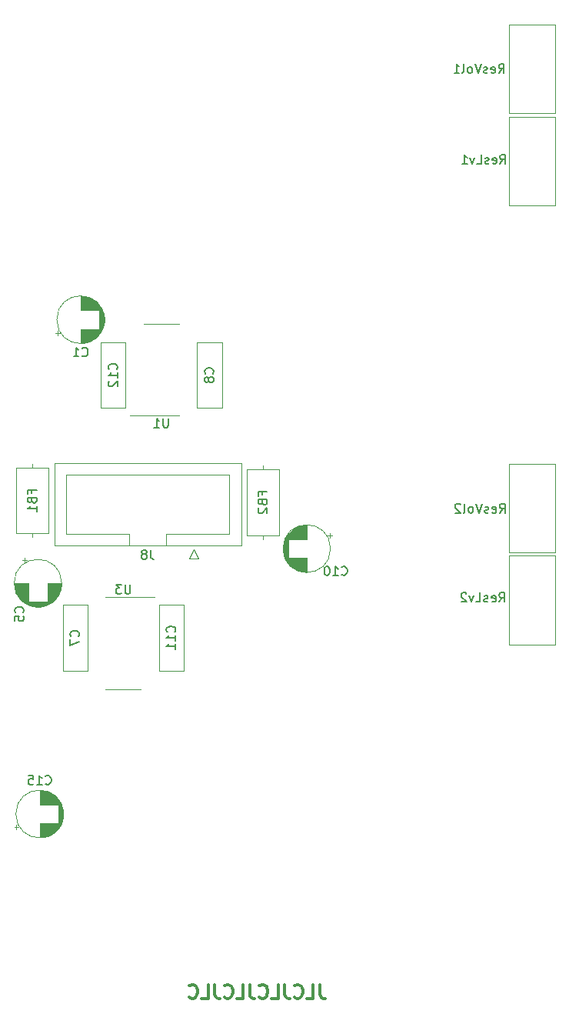
<source format=gbo>
G04 #@! TF.GenerationSoftware,KiCad,Pcbnew,7.0.7-7.0.7~ubuntu22.04.1*
G04 #@! TF.CreationDate,2023-09-23T22:53:29+02:00*
G04 #@! TF.ProjectId,MS20-VCF,4d533230-2d56-4434-962e-6b696361645f,rev?*
G04 #@! TF.SameCoordinates,Original*
G04 #@! TF.FileFunction,Legend,Bot*
G04 #@! TF.FilePolarity,Positive*
%FSLAX46Y46*%
G04 Gerber Fmt 4.6, Leading zero omitted, Abs format (unit mm)*
G04 Created by KiCad (PCBNEW 7.0.7-7.0.7~ubuntu22.04.1) date 2023-09-23 22:53:29*
%MOMM*%
%LPD*%
G01*
G04 APERTURE LIST*
%ADD10C,0.300000*%
%ADD11C,0.150000*%
%ADD12C,0.120000*%
%ADD13C,1.600000*%
%ADD14R,1.600000X1.600000*%
%ADD15O,1.600000X1.600000*%
%ADD16R,1.700000X1.700000*%
%ADD17O,1.700000X1.700000*%
%ADD18R,1.500000X1.500000*%
%ADD19C,1.500000*%
%ADD20C,1.440000*%
%ADD21C,1.700000*%
G04 APERTURE END LIST*
D10*
X63928571Y-143678328D02*
X63928571Y-144749757D01*
X63928571Y-144749757D02*
X64000000Y-144964042D01*
X64000000Y-144964042D02*
X64142857Y-145106900D01*
X64142857Y-145106900D02*
X64357143Y-145178328D01*
X64357143Y-145178328D02*
X64500000Y-145178328D01*
X62500000Y-145178328D02*
X63214286Y-145178328D01*
X63214286Y-145178328D02*
X63214286Y-143678328D01*
X61142857Y-145035471D02*
X61214285Y-145106900D01*
X61214285Y-145106900D02*
X61428571Y-145178328D01*
X61428571Y-145178328D02*
X61571428Y-145178328D01*
X61571428Y-145178328D02*
X61785714Y-145106900D01*
X61785714Y-145106900D02*
X61928571Y-144964042D01*
X61928571Y-144964042D02*
X62000000Y-144821185D01*
X62000000Y-144821185D02*
X62071428Y-144535471D01*
X62071428Y-144535471D02*
X62071428Y-144321185D01*
X62071428Y-144321185D02*
X62000000Y-144035471D01*
X62000000Y-144035471D02*
X61928571Y-143892614D01*
X61928571Y-143892614D02*
X61785714Y-143749757D01*
X61785714Y-143749757D02*
X61571428Y-143678328D01*
X61571428Y-143678328D02*
X61428571Y-143678328D01*
X61428571Y-143678328D02*
X61214285Y-143749757D01*
X61214285Y-143749757D02*
X61142857Y-143821185D01*
X60071428Y-143678328D02*
X60071428Y-144749757D01*
X60071428Y-144749757D02*
X60142857Y-144964042D01*
X60142857Y-144964042D02*
X60285714Y-145106900D01*
X60285714Y-145106900D02*
X60500000Y-145178328D01*
X60500000Y-145178328D02*
X60642857Y-145178328D01*
X58642857Y-145178328D02*
X59357143Y-145178328D01*
X59357143Y-145178328D02*
X59357143Y-143678328D01*
X57285714Y-145035471D02*
X57357142Y-145106900D01*
X57357142Y-145106900D02*
X57571428Y-145178328D01*
X57571428Y-145178328D02*
X57714285Y-145178328D01*
X57714285Y-145178328D02*
X57928571Y-145106900D01*
X57928571Y-145106900D02*
X58071428Y-144964042D01*
X58071428Y-144964042D02*
X58142857Y-144821185D01*
X58142857Y-144821185D02*
X58214285Y-144535471D01*
X58214285Y-144535471D02*
X58214285Y-144321185D01*
X58214285Y-144321185D02*
X58142857Y-144035471D01*
X58142857Y-144035471D02*
X58071428Y-143892614D01*
X58071428Y-143892614D02*
X57928571Y-143749757D01*
X57928571Y-143749757D02*
X57714285Y-143678328D01*
X57714285Y-143678328D02*
X57571428Y-143678328D01*
X57571428Y-143678328D02*
X57357142Y-143749757D01*
X57357142Y-143749757D02*
X57285714Y-143821185D01*
X56214285Y-143678328D02*
X56214285Y-144749757D01*
X56214285Y-144749757D02*
X56285714Y-144964042D01*
X56285714Y-144964042D02*
X56428571Y-145106900D01*
X56428571Y-145106900D02*
X56642857Y-145178328D01*
X56642857Y-145178328D02*
X56785714Y-145178328D01*
X54785714Y-145178328D02*
X55500000Y-145178328D01*
X55500000Y-145178328D02*
X55500000Y-143678328D01*
X53428571Y-145035471D02*
X53499999Y-145106900D01*
X53499999Y-145106900D02*
X53714285Y-145178328D01*
X53714285Y-145178328D02*
X53857142Y-145178328D01*
X53857142Y-145178328D02*
X54071428Y-145106900D01*
X54071428Y-145106900D02*
X54214285Y-144964042D01*
X54214285Y-144964042D02*
X54285714Y-144821185D01*
X54285714Y-144821185D02*
X54357142Y-144535471D01*
X54357142Y-144535471D02*
X54357142Y-144321185D01*
X54357142Y-144321185D02*
X54285714Y-144035471D01*
X54285714Y-144035471D02*
X54214285Y-143892614D01*
X54214285Y-143892614D02*
X54071428Y-143749757D01*
X54071428Y-143749757D02*
X53857142Y-143678328D01*
X53857142Y-143678328D02*
X53714285Y-143678328D01*
X53714285Y-143678328D02*
X53499999Y-143749757D01*
X53499999Y-143749757D02*
X53428571Y-143821185D01*
X52357142Y-143678328D02*
X52357142Y-144749757D01*
X52357142Y-144749757D02*
X52428571Y-144964042D01*
X52428571Y-144964042D02*
X52571428Y-145106900D01*
X52571428Y-145106900D02*
X52785714Y-145178328D01*
X52785714Y-145178328D02*
X52928571Y-145178328D01*
X50928571Y-145178328D02*
X51642857Y-145178328D01*
X51642857Y-145178328D02*
X51642857Y-143678328D01*
X49571428Y-145035471D02*
X49642856Y-145106900D01*
X49642856Y-145106900D02*
X49857142Y-145178328D01*
X49857142Y-145178328D02*
X49999999Y-145178328D01*
X49999999Y-145178328D02*
X50214285Y-145106900D01*
X50214285Y-145106900D02*
X50357142Y-144964042D01*
X50357142Y-144964042D02*
X50428571Y-144821185D01*
X50428571Y-144821185D02*
X50499999Y-144535471D01*
X50499999Y-144535471D02*
X50499999Y-144321185D01*
X50499999Y-144321185D02*
X50428571Y-144035471D01*
X50428571Y-144035471D02*
X50357142Y-143892614D01*
X50357142Y-143892614D02*
X50214285Y-143749757D01*
X50214285Y-143749757D02*
X49999999Y-143678328D01*
X49999999Y-143678328D02*
X49857142Y-143678328D01*
X49857142Y-143678328D02*
X49642856Y-143749757D01*
X49642856Y-143749757D02*
X49571428Y-143821185D01*
D11*
X31259580Y-102733333D02*
X31307200Y-102685714D01*
X31307200Y-102685714D02*
X31354819Y-102542857D01*
X31354819Y-102542857D02*
X31354819Y-102447619D01*
X31354819Y-102447619D02*
X31307200Y-102304762D01*
X31307200Y-102304762D02*
X31211961Y-102209524D01*
X31211961Y-102209524D02*
X31116723Y-102161905D01*
X31116723Y-102161905D02*
X30926247Y-102114286D01*
X30926247Y-102114286D02*
X30783390Y-102114286D01*
X30783390Y-102114286D02*
X30592914Y-102161905D01*
X30592914Y-102161905D02*
X30497676Y-102209524D01*
X30497676Y-102209524D02*
X30402438Y-102304762D01*
X30402438Y-102304762D02*
X30354819Y-102447619D01*
X30354819Y-102447619D02*
X30354819Y-102542857D01*
X30354819Y-102542857D02*
X30402438Y-102685714D01*
X30402438Y-102685714D02*
X30450057Y-102733333D01*
X30354819Y-103638095D02*
X30354819Y-103161905D01*
X30354819Y-103161905D02*
X30831009Y-103114286D01*
X30831009Y-103114286D02*
X30783390Y-103161905D01*
X30783390Y-103161905D02*
X30735771Y-103257143D01*
X30735771Y-103257143D02*
X30735771Y-103495238D01*
X30735771Y-103495238D02*
X30783390Y-103590476D01*
X30783390Y-103590476D02*
X30831009Y-103638095D01*
X30831009Y-103638095D02*
X30926247Y-103685714D01*
X30926247Y-103685714D02*
X31164342Y-103685714D01*
X31164342Y-103685714D02*
X31259580Y-103638095D01*
X31259580Y-103638095D02*
X31307200Y-103590476D01*
X31307200Y-103590476D02*
X31354819Y-103495238D01*
X31354819Y-103495238D02*
X31354819Y-103257143D01*
X31354819Y-103257143D02*
X31307200Y-103161905D01*
X31307200Y-103161905D02*
X31259580Y-103114286D01*
X66342857Y-98559580D02*
X66390476Y-98607200D01*
X66390476Y-98607200D02*
X66533333Y-98654819D01*
X66533333Y-98654819D02*
X66628571Y-98654819D01*
X66628571Y-98654819D02*
X66771428Y-98607200D01*
X66771428Y-98607200D02*
X66866666Y-98511961D01*
X66866666Y-98511961D02*
X66914285Y-98416723D01*
X66914285Y-98416723D02*
X66961904Y-98226247D01*
X66961904Y-98226247D02*
X66961904Y-98083390D01*
X66961904Y-98083390D02*
X66914285Y-97892914D01*
X66914285Y-97892914D02*
X66866666Y-97797676D01*
X66866666Y-97797676D02*
X66771428Y-97702438D01*
X66771428Y-97702438D02*
X66628571Y-97654819D01*
X66628571Y-97654819D02*
X66533333Y-97654819D01*
X66533333Y-97654819D02*
X66390476Y-97702438D01*
X66390476Y-97702438D02*
X66342857Y-97750057D01*
X65390476Y-98654819D02*
X65961904Y-98654819D01*
X65676190Y-98654819D02*
X65676190Y-97654819D01*
X65676190Y-97654819D02*
X65771428Y-97797676D01*
X65771428Y-97797676D02*
X65866666Y-97892914D01*
X65866666Y-97892914D02*
X65961904Y-97940533D01*
X64771428Y-97654819D02*
X64676190Y-97654819D01*
X64676190Y-97654819D02*
X64580952Y-97702438D01*
X64580952Y-97702438D02*
X64533333Y-97750057D01*
X64533333Y-97750057D02*
X64485714Y-97845295D01*
X64485714Y-97845295D02*
X64438095Y-98035771D01*
X64438095Y-98035771D02*
X64438095Y-98273866D01*
X64438095Y-98273866D02*
X64485714Y-98464342D01*
X64485714Y-98464342D02*
X64533333Y-98559580D01*
X64533333Y-98559580D02*
X64580952Y-98607200D01*
X64580952Y-98607200D02*
X64676190Y-98654819D01*
X64676190Y-98654819D02*
X64771428Y-98654819D01*
X64771428Y-98654819D02*
X64866666Y-98607200D01*
X64866666Y-98607200D02*
X64914285Y-98559580D01*
X64914285Y-98559580D02*
X64961904Y-98464342D01*
X64961904Y-98464342D02*
X65009523Y-98273866D01*
X65009523Y-98273866D02*
X65009523Y-98035771D01*
X65009523Y-98035771D02*
X64961904Y-97845295D01*
X64961904Y-97845295D02*
X64914285Y-97750057D01*
X64914285Y-97750057D02*
X64866666Y-97702438D01*
X64866666Y-97702438D02*
X64771428Y-97654819D01*
X37766666Y-74459580D02*
X37814285Y-74507200D01*
X37814285Y-74507200D02*
X37957142Y-74554819D01*
X37957142Y-74554819D02*
X38052380Y-74554819D01*
X38052380Y-74554819D02*
X38195237Y-74507200D01*
X38195237Y-74507200D02*
X38290475Y-74411961D01*
X38290475Y-74411961D02*
X38338094Y-74316723D01*
X38338094Y-74316723D02*
X38385713Y-74126247D01*
X38385713Y-74126247D02*
X38385713Y-73983390D01*
X38385713Y-73983390D02*
X38338094Y-73792914D01*
X38338094Y-73792914D02*
X38290475Y-73697676D01*
X38290475Y-73697676D02*
X38195237Y-73602438D01*
X38195237Y-73602438D02*
X38052380Y-73554819D01*
X38052380Y-73554819D02*
X37957142Y-73554819D01*
X37957142Y-73554819D02*
X37814285Y-73602438D01*
X37814285Y-73602438D02*
X37766666Y-73650057D01*
X36814285Y-74554819D02*
X37385713Y-74554819D01*
X37099999Y-74554819D02*
X37099999Y-73554819D01*
X37099999Y-73554819D02*
X37195237Y-73697676D01*
X37195237Y-73697676D02*
X37290475Y-73792914D01*
X37290475Y-73792914D02*
X37385713Y-73840533D01*
X57611009Y-89766666D02*
X57611009Y-89433333D01*
X58134819Y-89433333D02*
X57134819Y-89433333D01*
X57134819Y-89433333D02*
X57134819Y-89909523D01*
X57611009Y-90623809D02*
X57658628Y-90766666D01*
X57658628Y-90766666D02*
X57706247Y-90814285D01*
X57706247Y-90814285D02*
X57801485Y-90861904D01*
X57801485Y-90861904D02*
X57944342Y-90861904D01*
X57944342Y-90861904D02*
X58039580Y-90814285D01*
X58039580Y-90814285D02*
X58087200Y-90766666D01*
X58087200Y-90766666D02*
X58134819Y-90671428D01*
X58134819Y-90671428D02*
X58134819Y-90290476D01*
X58134819Y-90290476D02*
X57134819Y-90290476D01*
X57134819Y-90290476D02*
X57134819Y-90623809D01*
X57134819Y-90623809D02*
X57182438Y-90719047D01*
X57182438Y-90719047D02*
X57230057Y-90766666D01*
X57230057Y-90766666D02*
X57325295Y-90814285D01*
X57325295Y-90814285D02*
X57420533Y-90814285D01*
X57420533Y-90814285D02*
X57515771Y-90766666D01*
X57515771Y-90766666D02*
X57563390Y-90719047D01*
X57563390Y-90719047D02*
X57611009Y-90623809D01*
X57611009Y-90623809D02*
X57611009Y-90290476D01*
X57230057Y-91242857D02*
X57182438Y-91290476D01*
X57182438Y-91290476D02*
X57134819Y-91385714D01*
X57134819Y-91385714D02*
X57134819Y-91623809D01*
X57134819Y-91623809D02*
X57182438Y-91719047D01*
X57182438Y-91719047D02*
X57230057Y-91766666D01*
X57230057Y-91766666D02*
X57325295Y-91814285D01*
X57325295Y-91814285D02*
X57420533Y-91814285D01*
X57420533Y-91814285D02*
X57563390Y-91766666D01*
X57563390Y-91766666D02*
X58134819Y-91195238D01*
X58134819Y-91195238D02*
X58134819Y-91814285D01*
X83785714Y-53354819D02*
X84119047Y-52878628D01*
X84357142Y-53354819D02*
X84357142Y-52354819D01*
X84357142Y-52354819D02*
X83976190Y-52354819D01*
X83976190Y-52354819D02*
X83880952Y-52402438D01*
X83880952Y-52402438D02*
X83833333Y-52450057D01*
X83833333Y-52450057D02*
X83785714Y-52545295D01*
X83785714Y-52545295D02*
X83785714Y-52688152D01*
X83785714Y-52688152D02*
X83833333Y-52783390D01*
X83833333Y-52783390D02*
X83880952Y-52831009D01*
X83880952Y-52831009D02*
X83976190Y-52878628D01*
X83976190Y-52878628D02*
X84357142Y-52878628D01*
X82976190Y-53307200D02*
X83071428Y-53354819D01*
X83071428Y-53354819D02*
X83261904Y-53354819D01*
X83261904Y-53354819D02*
X83357142Y-53307200D01*
X83357142Y-53307200D02*
X83404761Y-53211961D01*
X83404761Y-53211961D02*
X83404761Y-52831009D01*
X83404761Y-52831009D02*
X83357142Y-52735771D01*
X83357142Y-52735771D02*
X83261904Y-52688152D01*
X83261904Y-52688152D02*
X83071428Y-52688152D01*
X83071428Y-52688152D02*
X82976190Y-52735771D01*
X82976190Y-52735771D02*
X82928571Y-52831009D01*
X82928571Y-52831009D02*
X82928571Y-52926247D01*
X82928571Y-52926247D02*
X83404761Y-53021485D01*
X82547618Y-53307200D02*
X82452380Y-53354819D01*
X82452380Y-53354819D02*
X82261904Y-53354819D01*
X82261904Y-53354819D02*
X82166666Y-53307200D01*
X82166666Y-53307200D02*
X82119047Y-53211961D01*
X82119047Y-53211961D02*
X82119047Y-53164342D01*
X82119047Y-53164342D02*
X82166666Y-53069104D01*
X82166666Y-53069104D02*
X82261904Y-53021485D01*
X82261904Y-53021485D02*
X82404761Y-53021485D01*
X82404761Y-53021485D02*
X82499999Y-52973866D01*
X82499999Y-52973866D02*
X82547618Y-52878628D01*
X82547618Y-52878628D02*
X82547618Y-52831009D01*
X82547618Y-52831009D02*
X82499999Y-52735771D01*
X82499999Y-52735771D02*
X82404761Y-52688152D01*
X82404761Y-52688152D02*
X82261904Y-52688152D01*
X82261904Y-52688152D02*
X82166666Y-52735771D01*
X81214285Y-53354819D02*
X81690475Y-53354819D01*
X81690475Y-53354819D02*
X81690475Y-52354819D01*
X80976189Y-52688152D02*
X80738094Y-53354819D01*
X80738094Y-53354819D02*
X80499999Y-52688152D01*
X79595237Y-53354819D02*
X80166665Y-53354819D01*
X79880951Y-53354819D02*
X79880951Y-52354819D01*
X79880951Y-52354819D02*
X79976189Y-52497676D01*
X79976189Y-52497676D02*
X80071427Y-52592914D01*
X80071427Y-52592914D02*
X80166665Y-52640533D01*
X83642857Y-43354819D02*
X83976190Y-42878628D01*
X84214285Y-43354819D02*
X84214285Y-42354819D01*
X84214285Y-42354819D02*
X83833333Y-42354819D01*
X83833333Y-42354819D02*
X83738095Y-42402438D01*
X83738095Y-42402438D02*
X83690476Y-42450057D01*
X83690476Y-42450057D02*
X83642857Y-42545295D01*
X83642857Y-42545295D02*
X83642857Y-42688152D01*
X83642857Y-42688152D02*
X83690476Y-42783390D01*
X83690476Y-42783390D02*
X83738095Y-42831009D01*
X83738095Y-42831009D02*
X83833333Y-42878628D01*
X83833333Y-42878628D02*
X84214285Y-42878628D01*
X82833333Y-43307200D02*
X82928571Y-43354819D01*
X82928571Y-43354819D02*
X83119047Y-43354819D01*
X83119047Y-43354819D02*
X83214285Y-43307200D01*
X83214285Y-43307200D02*
X83261904Y-43211961D01*
X83261904Y-43211961D02*
X83261904Y-42831009D01*
X83261904Y-42831009D02*
X83214285Y-42735771D01*
X83214285Y-42735771D02*
X83119047Y-42688152D01*
X83119047Y-42688152D02*
X82928571Y-42688152D01*
X82928571Y-42688152D02*
X82833333Y-42735771D01*
X82833333Y-42735771D02*
X82785714Y-42831009D01*
X82785714Y-42831009D02*
X82785714Y-42926247D01*
X82785714Y-42926247D02*
X83261904Y-43021485D01*
X82404761Y-43307200D02*
X82309523Y-43354819D01*
X82309523Y-43354819D02*
X82119047Y-43354819D01*
X82119047Y-43354819D02*
X82023809Y-43307200D01*
X82023809Y-43307200D02*
X81976190Y-43211961D01*
X81976190Y-43211961D02*
X81976190Y-43164342D01*
X81976190Y-43164342D02*
X82023809Y-43069104D01*
X82023809Y-43069104D02*
X82119047Y-43021485D01*
X82119047Y-43021485D02*
X82261904Y-43021485D01*
X82261904Y-43021485D02*
X82357142Y-42973866D01*
X82357142Y-42973866D02*
X82404761Y-42878628D01*
X82404761Y-42878628D02*
X82404761Y-42831009D01*
X82404761Y-42831009D02*
X82357142Y-42735771D01*
X82357142Y-42735771D02*
X82261904Y-42688152D01*
X82261904Y-42688152D02*
X82119047Y-42688152D01*
X82119047Y-42688152D02*
X82023809Y-42735771D01*
X81690475Y-42354819D02*
X81357142Y-43354819D01*
X81357142Y-43354819D02*
X81023809Y-42354819D01*
X80547618Y-43354819D02*
X80642856Y-43307200D01*
X80642856Y-43307200D02*
X80690475Y-43259580D01*
X80690475Y-43259580D02*
X80738094Y-43164342D01*
X80738094Y-43164342D02*
X80738094Y-42878628D01*
X80738094Y-42878628D02*
X80690475Y-42783390D01*
X80690475Y-42783390D02*
X80642856Y-42735771D01*
X80642856Y-42735771D02*
X80547618Y-42688152D01*
X80547618Y-42688152D02*
X80404761Y-42688152D01*
X80404761Y-42688152D02*
X80309523Y-42735771D01*
X80309523Y-42735771D02*
X80261904Y-42783390D01*
X80261904Y-42783390D02*
X80214285Y-42878628D01*
X80214285Y-42878628D02*
X80214285Y-43164342D01*
X80214285Y-43164342D02*
X80261904Y-43259580D01*
X80261904Y-43259580D02*
X80309523Y-43307200D01*
X80309523Y-43307200D02*
X80404761Y-43354819D01*
X80404761Y-43354819D02*
X80547618Y-43354819D01*
X79642856Y-43354819D02*
X79738094Y-43307200D01*
X79738094Y-43307200D02*
X79785713Y-43211961D01*
X79785713Y-43211961D02*
X79785713Y-42354819D01*
X78738094Y-43354819D02*
X79309522Y-43354819D01*
X79023808Y-43354819D02*
X79023808Y-42354819D01*
X79023808Y-42354819D02*
X79119046Y-42497676D01*
X79119046Y-42497676D02*
X79214284Y-42592914D01*
X79214284Y-42592914D02*
X79309522Y-42640533D01*
X43061904Y-99654819D02*
X43061904Y-100464342D01*
X43061904Y-100464342D02*
X43014285Y-100559580D01*
X43014285Y-100559580D02*
X42966666Y-100607200D01*
X42966666Y-100607200D02*
X42871428Y-100654819D01*
X42871428Y-100654819D02*
X42680952Y-100654819D01*
X42680952Y-100654819D02*
X42585714Y-100607200D01*
X42585714Y-100607200D02*
X42538095Y-100559580D01*
X42538095Y-100559580D02*
X42490476Y-100464342D01*
X42490476Y-100464342D02*
X42490476Y-99654819D01*
X42109523Y-99654819D02*
X41490476Y-99654819D01*
X41490476Y-99654819D02*
X41823809Y-100035771D01*
X41823809Y-100035771D02*
X41680952Y-100035771D01*
X41680952Y-100035771D02*
X41585714Y-100083390D01*
X41585714Y-100083390D02*
X41538095Y-100131009D01*
X41538095Y-100131009D02*
X41490476Y-100226247D01*
X41490476Y-100226247D02*
X41490476Y-100464342D01*
X41490476Y-100464342D02*
X41538095Y-100559580D01*
X41538095Y-100559580D02*
X41585714Y-100607200D01*
X41585714Y-100607200D02*
X41680952Y-100654819D01*
X41680952Y-100654819D02*
X41966666Y-100654819D01*
X41966666Y-100654819D02*
X42061904Y-100607200D01*
X42061904Y-100607200D02*
X42109523Y-100559580D01*
X33742857Y-121559580D02*
X33790476Y-121607200D01*
X33790476Y-121607200D02*
X33933333Y-121654819D01*
X33933333Y-121654819D02*
X34028571Y-121654819D01*
X34028571Y-121654819D02*
X34171428Y-121607200D01*
X34171428Y-121607200D02*
X34266666Y-121511961D01*
X34266666Y-121511961D02*
X34314285Y-121416723D01*
X34314285Y-121416723D02*
X34361904Y-121226247D01*
X34361904Y-121226247D02*
X34361904Y-121083390D01*
X34361904Y-121083390D02*
X34314285Y-120892914D01*
X34314285Y-120892914D02*
X34266666Y-120797676D01*
X34266666Y-120797676D02*
X34171428Y-120702438D01*
X34171428Y-120702438D02*
X34028571Y-120654819D01*
X34028571Y-120654819D02*
X33933333Y-120654819D01*
X33933333Y-120654819D02*
X33790476Y-120702438D01*
X33790476Y-120702438D02*
X33742857Y-120750057D01*
X32790476Y-121654819D02*
X33361904Y-121654819D01*
X33076190Y-121654819D02*
X33076190Y-120654819D01*
X33076190Y-120654819D02*
X33171428Y-120797676D01*
X33171428Y-120797676D02*
X33266666Y-120892914D01*
X33266666Y-120892914D02*
X33361904Y-120940533D01*
X31885714Y-120654819D02*
X32361904Y-120654819D01*
X32361904Y-120654819D02*
X32409523Y-121131009D01*
X32409523Y-121131009D02*
X32361904Y-121083390D01*
X32361904Y-121083390D02*
X32266666Y-121035771D01*
X32266666Y-121035771D02*
X32028571Y-121035771D01*
X32028571Y-121035771D02*
X31933333Y-121083390D01*
X31933333Y-121083390D02*
X31885714Y-121131009D01*
X31885714Y-121131009D02*
X31838095Y-121226247D01*
X31838095Y-121226247D02*
X31838095Y-121464342D01*
X31838095Y-121464342D02*
X31885714Y-121559580D01*
X31885714Y-121559580D02*
X31933333Y-121607200D01*
X31933333Y-121607200D02*
X32028571Y-121654819D01*
X32028571Y-121654819D02*
X32266666Y-121654819D01*
X32266666Y-121654819D02*
X32361904Y-121607200D01*
X32361904Y-121607200D02*
X32409523Y-121559580D01*
X32231009Y-89566666D02*
X32231009Y-89233333D01*
X32754819Y-89233333D02*
X31754819Y-89233333D01*
X31754819Y-89233333D02*
X31754819Y-89709523D01*
X32231009Y-90423809D02*
X32278628Y-90566666D01*
X32278628Y-90566666D02*
X32326247Y-90614285D01*
X32326247Y-90614285D02*
X32421485Y-90661904D01*
X32421485Y-90661904D02*
X32564342Y-90661904D01*
X32564342Y-90661904D02*
X32659580Y-90614285D01*
X32659580Y-90614285D02*
X32707200Y-90566666D01*
X32707200Y-90566666D02*
X32754819Y-90471428D01*
X32754819Y-90471428D02*
X32754819Y-90090476D01*
X32754819Y-90090476D02*
X31754819Y-90090476D01*
X31754819Y-90090476D02*
X31754819Y-90423809D01*
X31754819Y-90423809D02*
X31802438Y-90519047D01*
X31802438Y-90519047D02*
X31850057Y-90566666D01*
X31850057Y-90566666D02*
X31945295Y-90614285D01*
X31945295Y-90614285D02*
X32040533Y-90614285D01*
X32040533Y-90614285D02*
X32135771Y-90566666D01*
X32135771Y-90566666D02*
X32183390Y-90519047D01*
X32183390Y-90519047D02*
X32231009Y-90423809D01*
X32231009Y-90423809D02*
X32231009Y-90090476D01*
X32754819Y-91614285D02*
X32754819Y-91042857D01*
X32754819Y-91328571D02*
X31754819Y-91328571D01*
X31754819Y-91328571D02*
X31897676Y-91233333D01*
X31897676Y-91233333D02*
X31992914Y-91138095D01*
X31992914Y-91138095D02*
X32040533Y-91042857D01*
X83685714Y-101554819D02*
X84019047Y-101078628D01*
X84257142Y-101554819D02*
X84257142Y-100554819D01*
X84257142Y-100554819D02*
X83876190Y-100554819D01*
X83876190Y-100554819D02*
X83780952Y-100602438D01*
X83780952Y-100602438D02*
X83733333Y-100650057D01*
X83733333Y-100650057D02*
X83685714Y-100745295D01*
X83685714Y-100745295D02*
X83685714Y-100888152D01*
X83685714Y-100888152D02*
X83733333Y-100983390D01*
X83733333Y-100983390D02*
X83780952Y-101031009D01*
X83780952Y-101031009D02*
X83876190Y-101078628D01*
X83876190Y-101078628D02*
X84257142Y-101078628D01*
X82876190Y-101507200D02*
X82971428Y-101554819D01*
X82971428Y-101554819D02*
X83161904Y-101554819D01*
X83161904Y-101554819D02*
X83257142Y-101507200D01*
X83257142Y-101507200D02*
X83304761Y-101411961D01*
X83304761Y-101411961D02*
X83304761Y-101031009D01*
X83304761Y-101031009D02*
X83257142Y-100935771D01*
X83257142Y-100935771D02*
X83161904Y-100888152D01*
X83161904Y-100888152D02*
X82971428Y-100888152D01*
X82971428Y-100888152D02*
X82876190Y-100935771D01*
X82876190Y-100935771D02*
X82828571Y-101031009D01*
X82828571Y-101031009D02*
X82828571Y-101126247D01*
X82828571Y-101126247D02*
X83304761Y-101221485D01*
X82447618Y-101507200D02*
X82352380Y-101554819D01*
X82352380Y-101554819D02*
X82161904Y-101554819D01*
X82161904Y-101554819D02*
X82066666Y-101507200D01*
X82066666Y-101507200D02*
X82019047Y-101411961D01*
X82019047Y-101411961D02*
X82019047Y-101364342D01*
X82019047Y-101364342D02*
X82066666Y-101269104D01*
X82066666Y-101269104D02*
X82161904Y-101221485D01*
X82161904Y-101221485D02*
X82304761Y-101221485D01*
X82304761Y-101221485D02*
X82399999Y-101173866D01*
X82399999Y-101173866D02*
X82447618Y-101078628D01*
X82447618Y-101078628D02*
X82447618Y-101031009D01*
X82447618Y-101031009D02*
X82399999Y-100935771D01*
X82399999Y-100935771D02*
X82304761Y-100888152D01*
X82304761Y-100888152D02*
X82161904Y-100888152D01*
X82161904Y-100888152D02*
X82066666Y-100935771D01*
X81114285Y-101554819D02*
X81590475Y-101554819D01*
X81590475Y-101554819D02*
X81590475Y-100554819D01*
X80876189Y-100888152D02*
X80638094Y-101554819D01*
X80638094Y-101554819D02*
X80399999Y-100888152D01*
X80066665Y-100650057D02*
X80019046Y-100602438D01*
X80019046Y-100602438D02*
X79923808Y-100554819D01*
X79923808Y-100554819D02*
X79685713Y-100554819D01*
X79685713Y-100554819D02*
X79590475Y-100602438D01*
X79590475Y-100602438D02*
X79542856Y-100650057D01*
X79542856Y-100650057D02*
X79495237Y-100745295D01*
X79495237Y-100745295D02*
X79495237Y-100840533D01*
X79495237Y-100840533D02*
X79542856Y-100983390D01*
X79542856Y-100983390D02*
X80114284Y-101554819D01*
X80114284Y-101554819D02*
X79495237Y-101554819D01*
X83742857Y-91754819D02*
X84076190Y-91278628D01*
X84314285Y-91754819D02*
X84314285Y-90754819D01*
X84314285Y-90754819D02*
X83933333Y-90754819D01*
X83933333Y-90754819D02*
X83838095Y-90802438D01*
X83838095Y-90802438D02*
X83790476Y-90850057D01*
X83790476Y-90850057D02*
X83742857Y-90945295D01*
X83742857Y-90945295D02*
X83742857Y-91088152D01*
X83742857Y-91088152D02*
X83790476Y-91183390D01*
X83790476Y-91183390D02*
X83838095Y-91231009D01*
X83838095Y-91231009D02*
X83933333Y-91278628D01*
X83933333Y-91278628D02*
X84314285Y-91278628D01*
X82933333Y-91707200D02*
X83028571Y-91754819D01*
X83028571Y-91754819D02*
X83219047Y-91754819D01*
X83219047Y-91754819D02*
X83314285Y-91707200D01*
X83314285Y-91707200D02*
X83361904Y-91611961D01*
X83361904Y-91611961D02*
X83361904Y-91231009D01*
X83361904Y-91231009D02*
X83314285Y-91135771D01*
X83314285Y-91135771D02*
X83219047Y-91088152D01*
X83219047Y-91088152D02*
X83028571Y-91088152D01*
X83028571Y-91088152D02*
X82933333Y-91135771D01*
X82933333Y-91135771D02*
X82885714Y-91231009D01*
X82885714Y-91231009D02*
X82885714Y-91326247D01*
X82885714Y-91326247D02*
X83361904Y-91421485D01*
X82504761Y-91707200D02*
X82409523Y-91754819D01*
X82409523Y-91754819D02*
X82219047Y-91754819D01*
X82219047Y-91754819D02*
X82123809Y-91707200D01*
X82123809Y-91707200D02*
X82076190Y-91611961D01*
X82076190Y-91611961D02*
X82076190Y-91564342D01*
X82076190Y-91564342D02*
X82123809Y-91469104D01*
X82123809Y-91469104D02*
X82219047Y-91421485D01*
X82219047Y-91421485D02*
X82361904Y-91421485D01*
X82361904Y-91421485D02*
X82457142Y-91373866D01*
X82457142Y-91373866D02*
X82504761Y-91278628D01*
X82504761Y-91278628D02*
X82504761Y-91231009D01*
X82504761Y-91231009D02*
X82457142Y-91135771D01*
X82457142Y-91135771D02*
X82361904Y-91088152D01*
X82361904Y-91088152D02*
X82219047Y-91088152D01*
X82219047Y-91088152D02*
X82123809Y-91135771D01*
X81790475Y-90754819D02*
X81457142Y-91754819D01*
X81457142Y-91754819D02*
X81123809Y-90754819D01*
X80647618Y-91754819D02*
X80742856Y-91707200D01*
X80742856Y-91707200D02*
X80790475Y-91659580D01*
X80790475Y-91659580D02*
X80838094Y-91564342D01*
X80838094Y-91564342D02*
X80838094Y-91278628D01*
X80838094Y-91278628D02*
X80790475Y-91183390D01*
X80790475Y-91183390D02*
X80742856Y-91135771D01*
X80742856Y-91135771D02*
X80647618Y-91088152D01*
X80647618Y-91088152D02*
X80504761Y-91088152D01*
X80504761Y-91088152D02*
X80409523Y-91135771D01*
X80409523Y-91135771D02*
X80361904Y-91183390D01*
X80361904Y-91183390D02*
X80314285Y-91278628D01*
X80314285Y-91278628D02*
X80314285Y-91564342D01*
X80314285Y-91564342D02*
X80361904Y-91659580D01*
X80361904Y-91659580D02*
X80409523Y-91707200D01*
X80409523Y-91707200D02*
X80504761Y-91754819D01*
X80504761Y-91754819D02*
X80647618Y-91754819D01*
X79742856Y-91754819D02*
X79838094Y-91707200D01*
X79838094Y-91707200D02*
X79885713Y-91611961D01*
X79885713Y-91611961D02*
X79885713Y-90754819D01*
X79409522Y-90850057D02*
X79361903Y-90802438D01*
X79361903Y-90802438D02*
X79266665Y-90754819D01*
X79266665Y-90754819D02*
X79028570Y-90754819D01*
X79028570Y-90754819D02*
X78933332Y-90802438D01*
X78933332Y-90802438D02*
X78885713Y-90850057D01*
X78885713Y-90850057D02*
X78838094Y-90945295D01*
X78838094Y-90945295D02*
X78838094Y-91040533D01*
X78838094Y-91040533D02*
X78885713Y-91183390D01*
X78885713Y-91183390D02*
X79457141Y-91754819D01*
X79457141Y-91754819D02*
X78838094Y-91754819D01*
X47261904Y-81354819D02*
X47261904Y-82164342D01*
X47261904Y-82164342D02*
X47214285Y-82259580D01*
X47214285Y-82259580D02*
X47166666Y-82307200D01*
X47166666Y-82307200D02*
X47071428Y-82354819D01*
X47071428Y-82354819D02*
X46880952Y-82354819D01*
X46880952Y-82354819D02*
X46785714Y-82307200D01*
X46785714Y-82307200D02*
X46738095Y-82259580D01*
X46738095Y-82259580D02*
X46690476Y-82164342D01*
X46690476Y-82164342D02*
X46690476Y-81354819D01*
X45690476Y-82354819D02*
X46261904Y-82354819D01*
X45976190Y-82354819D02*
X45976190Y-81354819D01*
X45976190Y-81354819D02*
X46071428Y-81497676D01*
X46071428Y-81497676D02*
X46166666Y-81592914D01*
X46166666Y-81592914D02*
X46261904Y-81640533D01*
X45313333Y-95854819D02*
X45313333Y-96569104D01*
X45313333Y-96569104D02*
X45360952Y-96711961D01*
X45360952Y-96711961D02*
X45456190Y-96807200D01*
X45456190Y-96807200D02*
X45599047Y-96854819D01*
X45599047Y-96854819D02*
X45694285Y-96854819D01*
X44694285Y-96283390D02*
X44789523Y-96235771D01*
X44789523Y-96235771D02*
X44837142Y-96188152D01*
X44837142Y-96188152D02*
X44884761Y-96092914D01*
X44884761Y-96092914D02*
X44884761Y-96045295D01*
X44884761Y-96045295D02*
X44837142Y-95950057D01*
X44837142Y-95950057D02*
X44789523Y-95902438D01*
X44789523Y-95902438D02*
X44694285Y-95854819D01*
X44694285Y-95854819D02*
X44503809Y-95854819D01*
X44503809Y-95854819D02*
X44408571Y-95902438D01*
X44408571Y-95902438D02*
X44360952Y-95950057D01*
X44360952Y-95950057D02*
X44313333Y-96045295D01*
X44313333Y-96045295D02*
X44313333Y-96092914D01*
X44313333Y-96092914D02*
X44360952Y-96188152D01*
X44360952Y-96188152D02*
X44408571Y-96235771D01*
X44408571Y-96235771D02*
X44503809Y-96283390D01*
X44503809Y-96283390D02*
X44694285Y-96283390D01*
X44694285Y-96283390D02*
X44789523Y-96331009D01*
X44789523Y-96331009D02*
X44837142Y-96378628D01*
X44837142Y-96378628D02*
X44884761Y-96473866D01*
X44884761Y-96473866D02*
X44884761Y-96664342D01*
X44884761Y-96664342D02*
X44837142Y-96759580D01*
X44837142Y-96759580D02*
X44789523Y-96807200D01*
X44789523Y-96807200D02*
X44694285Y-96854819D01*
X44694285Y-96854819D02*
X44503809Y-96854819D01*
X44503809Y-96854819D02*
X44408571Y-96807200D01*
X44408571Y-96807200D02*
X44360952Y-96759580D01*
X44360952Y-96759580D02*
X44313333Y-96664342D01*
X44313333Y-96664342D02*
X44313333Y-96473866D01*
X44313333Y-96473866D02*
X44360952Y-96378628D01*
X44360952Y-96378628D02*
X44408571Y-96331009D01*
X44408571Y-96331009D02*
X44503809Y-96283390D01*
X37359580Y-105333333D02*
X37407200Y-105285714D01*
X37407200Y-105285714D02*
X37454819Y-105142857D01*
X37454819Y-105142857D02*
X37454819Y-105047619D01*
X37454819Y-105047619D02*
X37407200Y-104904762D01*
X37407200Y-104904762D02*
X37311961Y-104809524D01*
X37311961Y-104809524D02*
X37216723Y-104761905D01*
X37216723Y-104761905D02*
X37026247Y-104714286D01*
X37026247Y-104714286D02*
X36883390Y-104714286D01*
X36883390Y-104714286D02*
X36692914Y-104761905D01*
X36692914Y-104761905D02*
X36597676Y-104809524D01*
X36597676Y-104809524D02*
X36502438Y-104904762D01*
X36502438Y-104904762D02*
X36454819Y-105047619D01*
X36454819Y-105047619D02*
X36454819Y-105142857D01*
X36454819Y-105142857D02*
X36502438Y-105285714D01*
X36502438Y-105285714D02*
X36550057Y-105333333D01*
X36454819Y-105666667D02*
X36454819Y-106333333D01*
X36454819Y-106333333D02*
X37454819Y-105904762D01*
X41559580Y-75957142D02*
X41607200Y-75909523D01*
X41607200Y-75909523D02*
X41654819Y-75766666D01*
X41654819Y-75766666D02*
X41654819Y-75671428D01*
X41654819Y-75671428D02*
X41607200Y-75528571D01*
X41607200Y-75528571D02*
X41511961Y-75433333D01*
X41511961Y-75433333D02*
X41416723Y-75385714D01*
X41416723Y-75385714D02*
X41226247Y-75338095D01*
X41226247Y-75338095D02*
X41083390Y-75338095D01*
X41083390Y-75338095D02*
X40892914Y-75385714D01*
X40892914Y-75385714D02*
X40797676Y-75433333D01*
X40797676Y-75433333D02*
X40702438Y-75528571D01*
X40702438Y-75528571D02*
X40654819Y-75671428D01*
X40654819Y-75671428D02*
X40654819Y-75766666D01*
X40654819Y-75766666D02*
X40702438Y-75909523D01*
X40702438Y-75909523D02*
X40750057Y-75957142D01*
X41654819Y-76909523D02*
X41654819Y-76338095D01*
X41654819Y-76623809D02*
X40654819Y-76623809D01*
X40654819Y-76623809D02*
X40797676Y-76528571D01*
X40797676Y-76528571D02*
X40892914Y-76433333D01*
X40892914Y-76433333D02*
X40940533Y-76338095D01*
X40750057Y-77290476D02*
X40702438Y-77338095D01*
X40702438Y-77338095D02*
X40654819Y-77433333D01*
X40654819Y-77433333D02*
X40654819Y-77671428D01*
X40654819Y-77671428D02*
X40702438Y-77766666D01*
X40702438Y-77766666D02*
X40750057Y-77814285D01*
X40750057Y-77814285D02*
X40845295Y-77861904D01*
X40845295Y-77861904D02*
X40940533Y-77861904D01*
X40940533Y-77861904D02*
X41083390Y-77814285D01*
X41083390Y-77814285D02*
X41654819Y-77242857D01*
X41654819Y-77242857D02*
X41654819Y-77861904D01*
X47959580Y-104857142D02*
X48007200Y-104809523D01*
X48007200Y-104809523D02*
X48054819Y-104666666D01*
X48054819Y-104666666D02*
X48054819Y-104571428D01*
X48054819Y-104571428D02*
X48007200Y-104428571D01*
X48007200Y-104428571D02*
X47911961Y-104333333D01*
X47911961Y-104333333D02*
X47816723Y-104285714D01*
X47816723Y-104285714D02*
X47626247Y-104238095D01*
X47626247Y-104238095D02*
X47483390Y-104238095D01*
X47483390Y-104238095D02*
X47292914Y-104285714D01*
X47292914Y-104285714D02*
X47197676Y-104333333D01*
X47197676Y-104333333D02*
X47102438Y-104428571D01*
X47102438Y-104428571D02*
X47054819Y-104571428D01*
X47054819Y-104571428D02*
X47054819Y-104666666D01*
X47054819Y-104666666D02*
X47102438Y-104809523D01*
X47102438Y-104809523D02*
X47150057Y-104857142D01*
X48054819Y-105809523D02*
X48054819Y-105238095D01*
X48054819Y-105523809D02*
X47054819Y-105523809D01*
X47054819Y-105523809D02*
X47197676Y-105428571D01*
X47197676Y-105428571D02*
X47292914Y-105333333D01*
X47292914Y-105333333D02*
X47340533Y-105238095D01*
X48054819Y-106761904D02*
X48054819Y-106190476D01*
X48054819Y-106476190D02*
X47054819Y-106476190D01*
X47054819Y-106476190D02*
X47197676Y-106380952D01*
X47197676Y-106380952D02*
X47292914Y-106285714D01*
X47292914Y-106285714D02*
X47340533Y-106190476D01*
X52159580Y-76433333D02*
X52207200Y-76385714D01*
X52207200Y-76385714D02*
X52254819Y-76242857D01*
X52254819Y-76242857D02*
X52254819Y-76147619D01*
X52254819Y-76147619D02*
X52207200Y-76004762D01*
X52207200Y-76004762D02*
X52111961Y-75909524D01*
X52111961Y-75909524D02*
X52016723Y-75861905D01*
X52016723Y-75861905D02*
X51826247Y-75814286D01*
X51826247Y-75814286D02*
X51683390Y-75814286D01*
X51683390Y-75814286D02*
X51492914Y-75861905D01*
X51492914Y-75861905D02*
X51397676Y-75909524D01*
X51397676Y-75909524D02*
X51302438Y-76004762D01*
X51302438Y-76004762D02*
X51254819Y-76147619D01*
X51254819Y-76147619D02*
X51254819Y-76242857D01*
X51254819Y-76242857D02*
X51302438Y-76385714D01*
X51302438Y-76385714D02*
X51350057Y-76433333D01*
X51683390Y-77004762D02*
X51635771Y-76909524D01*
X51635771Y-76909524D02*
X51588152Y-76861905D01*
X51588152Y-76861905D02*
X51492914Y-76814286D01*
X51492914Y-76814286D02*
X51445295Y-76814286D01*
X51445295Y-76814286D02*
X51350057Y-76861905D01*
X51350057Y-76861905D02*
X51302438Y-76909524D01*
X51302438Y-76909524D02*
X51254819Y-77004762D01*
X51254819Y-77004762D02*
X51254819Y-77195238D01*
X51254819Y-77195238D02*
X51302438Y-77290476D01*
X51302438Y-77290476D02*
X51350057Y-77338095D01*
X51350057Y-77338095D02*
X51445295Y-77385714D01*
X51445295Y-77385714D02*
X51492914Y-77385714D01*
X51492914Y-77385714D02*
X51588152Y-77338095D01*
X51588152Y-77338095D02*
X51635771Y-77290476D01*
X51635771Y-77290476D02*
X51683390Y-77195238D01*
X51683390Y-77195238D02*
X51683390Y-77004762D01*
X51683390Y-77004762D02*
X51731009Y-76909524D01*
X51731009Y-76909524D02*
X51778628Y-76861905D01*
X51778628Y-76861905D02*
X51873866Y-76814286D01*
X51873866Y-76814286D02*
X52064342Y-76814286D01*
X52064342Y-76814286D02*
X52159580Y-76861905D01*
X52159580Y-76861905D02*
X52207200Y-76909524D01*
X52207200Y-76909524D02*
X52254819Y-77004762D01*
X52254819Y-77004762D02*
X52254819Y-77195238D01*
X52254819Y-77195238D02*
X52207200Y-77290476D01*
X52207200Y-77290476D02*
X52159580Y-77338095D01*
X52159580Y-77338095D02*
X52064342Y-77385714D01*
X52064342Y-77385714D02*
X51873866Y-77385714D01*
X51873866Y-77385714D02*
X51778628Y-77338095D01*
X51778628Y-77338095D02*
X51731009Y-77290476D01*
X51731009Y-77290476D02*
X51683390Y-77195238D01*
D12*
X31425000Y-96695225D02*
X31425000Y-97195225D01*
X31175000Y-96945225D02*
X31675000Y-96945225D01*
X33940000Y-99500000D02*
X35480000Y-99500000D01*
X30320000Y-99500000D02*
X31860000Y-99500000D01*
X33940000Y-99540000D02*
X35480000Y-99540000D01*
X30320000Y-99540000D02*
X31860000Y-99540000D01*
X33940000Y-99580000D02*
X35479000Y-99580000D01*
X30321000Y-99580000D02*
X31860000Y-99580000D01*
X33940000Y-99620000D02*
X35478000Y-99620000D01*
X30322000Y-99620000D02*
X31860000Y-99620000D01*
X33940000Y-99660000D02*
X35476000Y-99660000D01*
X30324000Y-99660000D02*
X31860000Y-99660000D01*
X33940000Y-99700000D02*
X35473000Y-99700000D01*
X30327000Y-99700000D02*
X31860000Y-99700000D01*
X33940000Y-99740000D02*
X35469000Y-99740000D01*
X30331000Y-99740000D02*
X31860000Y-99740000D01*
X33940000Y-99780000D02*
X35465000Y-99780000D01*
X30335000Y-99780000D02*
X31860000Y-99780000D01*
X33940000Y-99820000D02*
X35461000Y-99820000D01*
X30339000Y-99820000D02*
X31860000Y-99820000D01*
X33940000Y-99860000D02*
X35456000Y-99860000D01*
X30344000Y-99860000D02*
X31860000Y-99860000D01*
X33940000Y-99900000D02*
X35450000Y-99900000D01*
X30350000Y-99900000D02*
X31860000Y-99900000D01*
X33940000Y-99940000D02*
X35443000Y-99940000D01*
X30357000Y-99940000D02*
X31860000Y-99940000D01*
X33940000Y-99980000D02*
X35436000Y-99980000D01*
X30364000Y-99980000D02*
X31860000Y-99980000D01*
X33940000Y-100020000D02*
X35428000Y-100020000D01*
X30372000Y-100020000D02*
X31860000Y-100020000D01*
X33940000Y-100060000D02*
X35420000Y-100060000D01*
X30380000Y-100060000D02*
X31860000Y-100060000D01*
X33940000Y-100100000D02*
X35411000Y-100100000D01*
X30389000Y-100100000D02*
X31860000Y-100100000D01*
X33940000Y-100140000D02*
X35401000Y-100140000D01*
X30399000Y-100140000D02*
X31860000Y-100140000D01*
X33940000Y-100180000D02*
X35391000Y-100180000D01*
X30409000Y-100180000D02*
X31860000Y-100180000D01*
X33940000Y-100221000D02*
X35380000Y-100221000D01*
X30420000Y-100221000D02*
X31860000Y-100221000D01*
X33940000Y-100261000D02*
X35368000Y-100261000D01*
X30432000Y-100261000D02*
X31860000Y-100261000D01*
X33940000Y-100301000D02*
X35355000Y-100301000D01*
X30445000Y-100301000D02*
X31860000Y-100301000D01*
X33940000Y-100341000D02*
X35342000Y-100341000D01*
X30458000Y-100341000D02*
X31860000Y-100341000D01*
X33940000Y-100381000D02*
X35328000Y-100381000D01*
X30472000Y-100381000D02*
X31860000Y-100381000D01*
X33940000Y-100421000D02*
X35314000Y-100421000D01*
X30486000Y-100421000D02*
X31860000Y-100421000D01*
X33940000Y-100461000D02*
X35298000Y-100461000D01*
X30502000Y-100461000D02*
X31860000Y-100461000D01*
X33940000Y-100501000D02*
X35282000Y-100501000D01*
X30518000Y-100501000D02*
X31860000Y-100501000D01*
X33940000Y-100541000D02*
X35265000Y-100541000D01*
X30535000Y-100541000D02*
X31860000Y-100541000D01*
X33940000Y-100581000D02*
X35248000Y-100581000D01*
X30552000Y-100581000D02*
X31860000Y-100581000D01*
X33940000Y-100621000D02*
X35229000Y-100621000D01*
X30571000Y-100621000D02*
X31860000Y-100621000D01*
X33940000Y-100661000D02*
X35210000Y-100661000D01*
X30590000Y-100661000D02*
X31860000Y-100661000D01*
X33940000Y-100701000D02*
X35190000Y-100701000D01*
X30610000Y-100701000D02*
X31860000Y-100701000D01*
X33940000Y-100741000D02*
X35168000Y-100741000D01*
X30632000Y-100741000D02*
X31860000Y-100741000D01*
X33940000Y-100781000D02*
X35147000Y-100781000D01*
X30653000Y-100781000D02*
X31860000Y-100781000D01*
X33940000Y-100821000D02*
X35124000Y-100821000D01*
X30676000Y-100821000D02*
X31860000Y-100821000D01*
X33940000Y-100861000D02*
X35100000Y-100861000D01*
X30700000Y-100861000D02*
X31860000Y-100861000D01*
X33940000Y-100901000D02*
X35075000Y-100901000D01*
X30725000Y-100901000D02*
X31860000Y-100901000D01*
X33940000Y-100941000D02*
X35049000Y-100941000D01*
X30751000Y-100941000D02*
X31860000Y-100941000D01*
X33940000Y-100981000D02*
X35022000Y-100981000D01*
X30778000Y-100981000D02*
X31860000Y-100981000D01*
X33940000Y-101021000D02*
X34995000Y-101021000D01*
X30805000Y-101021000D02*
X31860000Y-101021000D01*
X33940000Y-101061000D02*
X34965000Y-101061000D01*
X30835000Y-101061000D02*
X31860000Y-101061000D01*
X33940000Y-101101000D02*
X34935000Y-101101000D01*
X30865000Y-101101000D02*
X31860000Y-101101000D01*
X33940000Y-101141000D02*
X34904000Y-101141000D01*
X30896000Y-101141000D02*
X31860000Y-101141000D01*
X33940000Y-101181000D02*
X34871000Y-101181000D01*
X30929000Y-101181000D02*
X31860000Y-101181000D01*
X33940000Y-101221000D02*
X34837000Y-101221000D01*
X30963000Y-101221000D02*
X31860000Y-101221000D01*
X33940000Y-101261000D02*
X34801000Y-101261000D01*
X30999000Y-101261000D02*
X31860000Y-101261000D01*
X33940000Y-101301000D02*
X34764000Y-101301000D01*
X31036000Y-101301000D02*
X31860000Y-101301000D01*
X33940000Y-101341000D02*
X34726000Y-101341000D01*
X31074000Y-101341000D02*
X31860000Y-101341000D01*
X33940000Y-101381000D02*
X34685000Y-101381000D01*
X31115000Y-101381000D02*
X31860000Y-101381000D01*
X33940000Y-101421000D02*
X34643000Y-101421000D01*
X31157000Y-101421000D02*
X31860000Y-101421000D01*
X33940000Y-101461000D02*
X34599000Y-101461000D01*
X31201000Y-101461000D02*
X31860000Y-101461000D01*
X33940000Y-101501000D02*
X34553000Y-101501000D01*
X31247000Y-101501000D02*
X31860000Y-101501000D01*
X31295000Y-101541000D02*
X34505000Y-101541000D01*
X31346000Y-101581000D02*
X34454000Y-101581000D01*
X31400000Y-101621000D02*
X34400000Y-101621000D01*
X31457000Y-101661000D02*
X34343000Y-101661000D01*
X31517000Y-101701000D02*
X34283000Y-101701000D01*
X31581000Y-101741000D02*
X34219000Y-101741000D01*
X31649000Y-101781000D02*
X34151000Y-101781000D01*
X31722000Y-101821000D02*
X34078000Y-101821000D01*
X31802000Y-101861000D02*
X33998000Y-101861000D01*
X31889000Y-101901000D02*
X33911000Y-101901000D01*
X31985000Y-101941000D02*
X33815000Y-101941000D01*
X32095000Y-101981000D02*
X33705000Y-101981000D01*
X32223000Y-102021000D02*
X33577000Y-102021000D01*
X32382000Y-102061000D02*
X33418000Y-102061000D01*
X32616000Y-102101000D02*
X33184000Y-102101000D01*
X35520000Y-99500000D02*
G75*
G03*
X35520000Y-99500000I-2620000J0D01*
G01*
X65304775Y-94225000D02*
X64804775Y-94225000D01*
X65054775Y-93975000D02*
X65054775Y-94475000D01*
X62500000Y-96740000D02*
X62500000Y-98280000D01*
X62500000Y-93120000D02*
X62500000Y-94660000D01*
X62460000Y-96740000D02*
X62460000Y-98280000D01*
X62460000Y-93120000D02*
X62460000Y-94660000D01*
X62420000Y-96740000D02*
X62420000Y-98279000D01*
X62420000Y-93121000D02*
X62420000Y-94660000D01*
X62380000Y-96740000D02*
X62380000Y-98278000D01*
X62380000Y-93122000D02*
X62380000Y-94660000D01*
X62340000Y-96740000D02*
X62340000Y-98276000D01*
X62340000Y-93124000D02*
X62340000Y-94660000D01*
X62300000Y-96740000D02*
X62300000Y-98273000D01*
X62300000Y-93127000D02*
X62300000Y-94660000D01*
X62260000Y-96740000D02*
X62260000Y-98269000D01*
X62260000Y-93131000D02*
X62260000Y-94660000D01*
X62220000Y-96740000D02*
X62220000Y-98265000D01*
X62220000Y-93135000D02*
X62220000Y-94660000D01*
X62180000Y-96740000D02*
X62180000Y-98261000D01*
X62180000Y-93139000D02*
X62180000Y-94660000D01*
X62140000Y-96740000D02*
X62140000Y-98256000D01*
X62140000Y-93144000D02*
X62140000Y-94660000D01*
X62100000Y-96740000D02*
X62100000Y-98250000D01*
X62100000Y-93150000D02*
X62100000Y-94660000D01*
X62060000Y-96740000D02*
X62060000Y-98243000D01*
X62060000Y-93157000D02*
X62060000Y-94660000D01*
X62020000Y-96740000D02*
X62020000Y-98236000D01*
X62020000Y-93164000D02*
X62020000Y-94660000D01*
X61980000Y-96740000D02*
X61980000Y-98228000D01*
X61980000Y-93172000D02*
X61980000Y-94660000D01*
X61940000Y-96740000D02*
X61940000Y-98220000D01*
X61940000Y-93180000D02*
X61940000Y-94660000D01*
X61900000Y-96740000D02*
X61900000Y-98211000D01*
X61900000Y-93189000D02*
X61900000Y-94660000D01*
X61860000Y-96740000D02*
X61860000Y-98201000D01*
X61860000Y-93199000D02*
X61860000Y-94660000D01*
X61820000Y-96740000D02*
X61820000Y-98191000D01*
X61820000Y-93209000D02*
X61820000Y-94660000D01*
X61779000Y-96740000D02*
X61779000Y-98180000D01*
X61779000Y-93220000D02*
X61779000Y-94660000D01*
X61739000Y-96740000D02*
X61739000Y-98168000D01*
X61739000Y-93232000D02*
X61739000Y-94660000D01*
X61699000Y-96740000D02*
X61699000Y-98155000D01*
X61699000Y-93245000D02*
X61699000Y-94660000D01*
X61659000Y-96740000D02*
X61659000Y-98142000D01*
X61659000Y-93258000D02*
X61659000Y-94660000D01*
X61619000Y-96740000D02*
X61619000Y-98128000D01*
X61619000Y-93272000D02*
X61619000Y-94660000D01*
X61579000Y-96740000D02*
X61579000Y-98114000D01*
X61579000Y-93286000D02*
X61579000Y-94660000D01*
X61539000Y-96740000D02*
X61539000Y-98098000D01*
X61539000Y-93302000D02*
X61539000Y-94660000D01*
X61499000Y-96740000D02*
X61499000Y-98082000D01*
X61499000Y-93318000D02*
X61499000Y-94660000D01*
X61459000Y-96740000D02*
X61459000Y-98065000D01*
X61459000Y-93335000D02*
X61459000Y-94660000D01*
X61419000Y-96740000D02*
X61419000Y-98048000D01*
X61419000Y-93352000D02*
X61419000Y-94660000D01*
X61379000Y-96740000D02*
X61379000Y-98029000D01*
X61379000Y-93371000D02*
X61379000Y-94660000D01*
X61339000Y-96740000D02*
X61339000Y-98010000D01*
X61339000Y-93390000D02*
X61339000Y-94660000D01*
X61299000Y-96740000D02*
X61299000Y-97990000D01*
X61299000Y-93410000D02*
X61299000Y-94660000D01*
X61259000Y-96740000D02*
X61259000Y-97968000D01*
X61259000Y-93432000D02*
X61259000Y-94660000D01*
X61219000Y-96740000D02*
X61219000Y-97947000D01*
X61219000Y-93453000D02*
X61219000Y-94660000D01*
X61179000Y-96740000D02*
X61179000Y-97924000D01*
X61179000Y-93476000D02*
X61179000Y-94660000D01*
X61139000Y-96740000D02*
X61139000Y-97900000D01*
X61139000Y-93500000D02*
X61139000Y-94660000D01*
X61099000Y-96740000D02*
X61099000Y-97875000D01*
X61099000Y-93525000D02*
X61099000Y-94660000D01*
X61059000Y-96740000D02*
X61059000Y-97849000D01*
X61059000Y-93551000D02*
X61059000Y-94660000D01*
X61019000Y-96740000D02*
X61019000Y-97822000D01*
X61019000Y-93578000D02*
X61019000Y-94660000D01*
X60979000Y-96740000D02*
X60979000Y-97795000D01*
X60979000Y-93605000D02*
X60979000Y-94660000D01*
X60939000Y-96740000D02*
X60939000Y-97765000D01*
X60939000Y-93635000D02*
X60939000Y-94660000D01*
X60899000Y-96740000D02*
X60899000Y-97735000D01*
X60899000Y-93665000D02*
X60899000Y-94660000D01*
X60859000Y-96740000D02*
X60859000Y-97704000D01*
X60859000Y-93696000D02*
X60859000Y-94660000D01*
X60819000Y-96740000D02*
X60819000Y-97671000D01*
X60819000Y-93729000D02*
X60819000Y-94660000D01*
X60779000Y-96740000D02*
X60779000Y-97637000D01*
X60779000Y-93763000D02*
X60779000Y-94660000D01*
X60739000Y-96740000D02*
X60739000Y-97601000D01*
X60739000Y-93799000D02*
X60739000Y-94660000D01*
X60699000Y-96740000D02*
X60699000Y-97564000D01*
X60699000Y-93836000D02*
X60699000Y-94660000D01*
X60659000Y-96740000D02*
X60659000Y-97526000D01*
X60659000Y-93874000D02*
X60659000Y-94660000D01*
X60619000Y-96740000D02*
X60619000Y-97485000D01*
X60619000Y-93915000D02*
X60619000Y-94660000D01*
X60579000Y-96740000D02*
X60579000Y-97443000D01*
X60579000Y-93957000D02*
X60579000Y-94660000D01*
X60539000Y-96740000D02*
X60539000Y-97399000D01*
X60539000Y-94001000D02*
X60539000Y-94660000D01*
X60499000Y-96740000D02*
X60499000Y-97353000D01*
X60499000Y-94047000D02*
X60499000Y-94660000D01*
X60459000Y-94095000D02*
X60459000Y-97305000D01*
X60419000Y-94146000D02*
X60419000Y-97254000D01*
X60379000Y-94200000D02*
X60379000Y-97200000D01*
X60339000Y-94257000D02*
X60339000Y-97143000D01*
X60299000Y-94317000D02*
X60299000Y-97083000D01*
X60259000Y-94381000D02*
X60259000Y-97019000D01*
X60219000Y-94449000D02*
X60219000Y-96951000D01*
X60179000Y-94522000D02*
X60179000Y-96878000D01*
X60139000Y-94602000D02*
X60139000Y-96798000D01*
X60099000Y-94689000D02*
X60099000Y-96711000D01*
X60059000Y-94785000D02*
X60059000Y-96615000D01*
X60019000Y-94895000D02*
X60019000Y-96505000D01*
X59979000Y-95023000D02*
X59979000Y-96377000D01*
X59939000Y-95182000D02*
X59939000Y-96218000D01*
X59899000Y-95416000D02*
X59899000Y-95984000D01*
X65120000Y-95700000D02*
G75*
G03*
X65120000Y-95700000I-2620000J0D01*
G01*
X34795225Y-71975000D02*
X35295225Y-71975000D01*
X35045225Y-72225000D02*
X35045225Y-71725000D01*
X37600000Y-69460000D02*
X37600000Y-67920000D01*
X37600000Y-73080000D02*
X37600000Y-71540000D01*
X37640000Y-69460000D02*
X37640000Y-67920000D01*
X37640000Y-73080000D02*
X37640000Y-71540000D01*
X37680000Y-69460000D02*
X37680000Y-67921000D01*
X37680000Y-73079000D02*
X37680000Y-71540000D01*
X37720000Y-69460000D02*
X37720000Y-67922000D01*
X37720000Y-73078000D02*
X37720000Y-71540000D01*
X37760000Y-69460000D02*
X37760000Y-67924000D01*
X37760000Y-73076000D02*
X37760000Y-71540000D01*
X37800000Y-69460000D02*
X37800000Y-67927000D01*
X37800000Y-73073000D02*
X37800000Y-71540000D01*
X37840000Y-69460000D02*
X37840000Y-67931000D01*
X37840000Y-73069000D02*
X37840000Y-71540000D01*
X37880000Y-69460000D02*
X37880000Y-67935000D01*
X37880000Y-73065000D02*
X37880000Y-71540000D01*
X37920000Y-69460000D02*
X37920000Y-67939000D01*
X37920000Y-73061000D02*
X37920000Y-71540000D01*
X37960000Y-69460000D02*
X37960000Y-67944000D01*
X37960000Y-73056000D02*
X37960000Y-71540000D01*
X38000000Y-69460000D02*
X38000000Y-67950000D01*
X38000000Y-73050000D02*
X38000000Y-71540000D01*
X38040000Y-69460000D02*
X38040000Y-67957000D01*
X38040000Y-73043000D02*
X38040000Y-71540000D01*
X38080000Y-69460000D02*
X38080000Y-67964000D01*
X38080000Y-73036000D02*
X38080000Y-71540000D01*
X38120000Y-69460000D02*
X38120000Y-67972000D01*
X38120000Y-73028000D02*
X38120000Y-71540000D01*
X38160000Y-69460000D02*
X38160000Y-67980000D01*
X38160000Y-73020000D02*
X38160000Y-71540000D01*
X38200000Y-69460000D02*
X38200000Y-67989000D01*
X38200000Y-73011000D02*
X38200000Y-71540000D01*
X38240000Y-69460000D02*
X38240000Y-67999000D01*
X38240000Y-73001000D02*
X38240000Y-71540000D01*
X38280000Y-69460000D02*
X38280000Y-68009000D01*
X38280000Y-72991000D02*
X38280000Y-71540000D01*
X38321000Y-69460000D02*
X38321000Y-68020000D01*
X38321000Y-72980000D02*
X38321000Y-71540000D01*
X38361000Y-69460000D02*
X38361000Y-68032000D01*
X38361000Y-72968000D02*
X38361000Y-71540000D01*
X38401000Y-69460000D02*
X38401000Y-68045000D01*
X38401000Y-72955000D02*
X38401000Y-71540000D01*
X38441000Y-69460000D02*
X38441000Y-68058000D01*
X38441000Y-72942000D02*
X38441000Y-71540000D01*
X38481000Y-69460000D02*
X38481000Y-68072000D01*
X38481000Y-72928000D02*
X38481000Y-71540000D01*
X38521000Y-69460000D02*
X38521000Y-68086000D01*
X38521000Y-72914000D02*
X38521000Y-71540000D01*
X38561000Y-69460000D02*
X38561000Y-68102000D01*
X38561000Y-72898000D02*
X38561000Y-71540000D01*
X38601000Y-69460000D02*
X38601000Y-68118000D01*
X38601000Y-72882000D02*
X38601000Y-71540000D01*
X38641000Y-69460000D02*
X38641000Y-68135000D01*
X38641000Y-72865000D02*
X38641000Y-71540000D01*
X38681000Y-69460000D02*
X38681000Y-68152000D01*
X38681000Y-72848000D02*
X38681000Y-71540000D01*
X38721000Y-69460000D02*
X38721000Y-68171000D01*
X38721000Y-72829000D02*
X38721000Y-71540000D01*
X38761000Y-69460000D02*
X38761000Y-68190000D01*
X38761000Y-72810000D02*
X38761000Y-71540000D01*
X38801000Y-69460000D02*
X38801000Y-68210000D01*
X38801000Y-72790000D02*
X38801000Y-71540000D01*
X38841000Y-69460000D02*
X38841000Y-68232000D01*
X38841000Y-72768000D02*
X38841000Y-71540000D01*
X38881000Y-69460000D02*
X38881000Y-68253000D01*
X38881000Y-72747000D02*
X38881000Y-71540000D01*
X38921000Y-69460000D02*
X38921000Y-68276000D01*
X38921000Y-72724000D02*
X38921000Y-71540000D01*
X38961000Y-69460000D02*
X38961000Y-68300000D01*
X38961000Y-72700000D02*
X38961000Y-71540000D01*
X39001000Y-69460000D02*
X39001000Y-68325000D01*
X39001000Y-72675000D02*
X39001000Y-71540000D01*
X39041000Y-69460000D02*
X39041000Y-68351000D01*
X39041000Y-72649000D02*
X39041000Y-71540000D01*
X39081000Y-69460000D02*
X39081000Y-68378000D01*
X39081000Y-72622000D02*
X39081000Y-71540000D01*
X39121000Y-69460000D02*
X39121000Y-68405000D01*
X39121000Y-72595000D02*
X39121000Y-71540000D01*
X39161000Y-69460000D02*
X39161000Y-68435000D01*
X39161000Y-72565000D02*
X39161000Y-71540000D01*
X39201000Y-69460000D02*
X39201000Y-68465000D01*
X39201000Y-72535000D02*
X39201000Y-71540000D01*
X39241000Y-69460000D02*
X39241000Y-68496000D01*
X39241000Y-72504000D02*
X39241000Y-71540000D01*
X39281000Y-69460000D02*
X39281000Y-68529000D01*
X39281000Y-72471000D02*
X39281000Y-71540000D01*
X39321000Y-69460000D02*
X39321000Y-68563000D01*
X39321000Y-72437000D02*
X39321000Y-71540000D01*
X39361000Y-69460000D02*
X39361000Y-68599000D01*
X39361000Y-72401000D02*
X39361000Y-71540000D01*
X39401000Y-69460000D02*
X39401000Y-68636000D01*
X39401000Y-72364000D02*
X39401000Y-71540000D01*
X39441000Y-69460000D02*
X39441000Y-68674000D01*
X39441000Y-72326000D02*
X39441000Y-71540000D01*
X39481000Y-69460000D02*
X39481000Y-68715000D01*
X39481000Y-72285000D02*
X39481000Y-71540000D01*
X39521000Y-69460000D02*
X39521000Y-68757000D01*
X39521000Y-72243000D02*
X39521000Y-71540000D01*
X39561000Y-69460000D02*
X39561000Y-68801000D01*
X39561000Y-72199000D02*
X39561000Y-71540000D01*
X39601000Y-69460000D02*
X39601000Y-68847000D01*
X39601000Y-72153000D02*
X39601000Y-71540000D01*
X39641000Y-72105000D02*
X39641000Y-68895000D01*
X39681000Y-72054000D02*
X39681000Y-68946000D01*
X39721000Y-72000000D02*
X39721000Y-69000000D01*
X39761000Y-71943000D02*
X39761000Y-69057000D01*
X39801000Y-71883000D02*
X39801000Y-69117000D01*
X39841000Y-71819000D02*
X39841000Y-69181000D01*
X39881000Y-71751000D02*
X39881000Y-69249000D01*
X39921000Y-71678000D02*
X39921000Y-69322000D01*
X39961000Y-71598000D02*
X39961000Y-69402000D01*
X40001000Y-71511000D02*
X40001000Y-69489000D01*
X40041000Y-71415000D02*
X40041000Y-69585000D01*
X40081000Y-71305000D02*
X40081000Y-69695000D01*
X40121000Y-71177000D02*
X40121000Y-69823000D01*
X40161000Y-71018000D02*
X40161000Y-69982000D01*
X40201000Y-70784000D02*
X40201000Y-70216000D01*
X40220000Y-70500000D02*
G75*
G03*
X40220000Y-70500000I-2620000J0D01*
G01*
X57700000Y-94640000D02*
X57700000Y-94220000D01*
X55930000Y-94220000D02*
X55930000Y-86980000D01*
X59470000Y-94220000D02*
X55930000Y-94220000D01*
X55930000Y-86980000D02*
X59470000Y-86980000D01*
X59470000Y-86980000D02*
X59470000Y-94220000D01*
X57700000Y-86560000D02*
X57700000Y-86980000D01*
X84765000Y-48165000D02*
X89835000Y-48165000D01*
X84765000Y-57935000D02*
X84765000Y-48165000D01*
X84765000Y-57935000D02*
X89835000Y-57935000D01*
X89835000Y-57935000D02*
X89835000Y-48165000D01*
X84765000Y-38015000D02*
X89835000Y-38015000D01*
X84765000Y-47785000D02*
X84765000Y-38015000D01*
X84765000Y-47785000D02*
X89835000Y-47785000D01*
X89835000Y-47785000D02*
X89835000Y-38015000D01*
X42300000Y-111160000D02*
X44250000Y-111160000D01*
X42300000Y-111160000D02*
X40350000Y-111160000D01*
X42300000Y-101040000D02*
X45750000Y-101040000D01*
X42300000Y-101040000D02*
X40350000Y-101040000D01*
X30295225Y-126375000D02*
X30795225Y-126375000D01*
X30545225Y-126625000D02*
X30545225Y-126125000D01*
X33100000Y-123860000D02*
X33100000Y-122320000D01*
X33100000Y-127480000D02*
X33100000Y-125940000D01*
X33140000Y-123860000D02*
X33140000Y-122320000D01*
X33140000Y-127480000D02*
X33140000Y-125940000D01*
X33180000Y-123860000D02*
X33180000Y-122321000D01*
X33180000Y-127479000D02*
X33180000Y-125940000D01*
X33220000Y-123860000D02*
X33220000Y-122322000D01*
X33220000Y-127478000D02*
X33220000Y-125940000D01*
X33260000Y-123860000D02*
X33260000Y-122324000D01*
X33260000Y-127476000D02*
X33260000Y-125940000D01*
X33300000Y-123860000D02*
X33300000Y-122327000D01*
X33300000Y-127473000D02*
X33300000Y-125940000D01*
X33340000Y-123860000D02*
X33340000Y-122331000D01*
X33340000Y-127469000D02*
X33340000Y-125940000D01*
X33380000Y-123860000D02*
X33380000Y-122335000D01*
X33380000Y-127465000D02*
X33380000Y-125940000D01*
X33420000Y-123860000D02*
X33420000Y-122339000D01*
X33420000Y-127461000D02*
X33420000Y-125940000D01*
X33460000Y-123860000D02*
X33460000Y-122344000D01*
X33460000Y-127456000D02*
X33460000Y-125940000D01*
X33500000Y-123860000D02*
X33500000Y-122350000D01*
X33500000Y-127450000D02*
X33500000Y-125940000D01*
X33540000Y-123860000D02*
X33540000Y-122357000D01*
X33540000Y-127443000D02*
X33540000Y-125940000D01*
X33580000Y-123860000D02*
X33580000Y-122364000D01*
X33580000Y-127436000D02*
X33580000Y-125940000D01*
X33620000Y-123860000D02*
X33620000Y-122372000D01*
X33620000Y-127428000D02*
X33620000Y-125940000D01*
X33660000Y-123860000D02*
X33660000Y-122380000D01*
X33660000Y-127420000D02*
X33660000Y-125940000D01*
X33700000Y-123860000D02*
X33700000Y-122389000D01*
X33700000Y-127411000D02*
X33700000Y-125940000D01*
X33740000Y-123860000D02*
X33740000Y-122399000D01*
X33740000Y-127401000D02*
X33740000Y-125940000D01*
X33780000Y-123860000D02*
X33780000Y-122409000D01*
X33780000Y-127391000D02*
X33780000Y-125940000D01*
X33821000Y-123860000D02*
X33821000Y-122420000D01*
X33821000Y-127380000D02*
X33821000Y-125940000D01*
X33861000Y-123860000D02*
X33861000Y-122432000D01*
X33861000Y-127368000D02*
X33861000Y-125940000D01*
X33901000Y-123860000D02*
X33901000Y-122445000D01*
X33901000Y-127355000D02*
X33901000Y-125940000D01*
X33941000Y-123860000D02*
X33941000Y-122458000D01*
X33941000Y-127342000D02*
X33941000Y-125940000D01*
X33981000Y-123860000D02*
X33981000Y-122472000D01*
X33981000Y-127328000D02*
X33981000Y-125940000D01*
X34021000Y-123860000D02*
X34021000Y-122486000D01*
X34021000Y-127314000D02*
X34021000Y-125940000D01*
X34061000Y-123860000D02*
X34061000Y-122502000D01*
X34061000Y-127298000D02*
X34061000Y-125940000D01*
X34101000Y-123860000D02*
X34101000Y-122518000D01*
X34101000Y-127282000D02*
X34101000Y-125940000D01*
X34141000Y-123860000D02*
X34141000Y-122535000D01*
X34141000Y-127265000D02*
X34141000Y-125940000D01*
X34181000Y-123860000D02*
X34181000Y-122552000D01*
X34181000Y-127248000D02*
X34181000Y-125940000D01*
X34221000Y-123860000D02*
X34221000Y-122571000D01*
X34221000Y-127229000D02*
X34221000Y-125940000D01*
X34261000Y-123860000D02*
X34261000Y-122590000D01*
X34261000Y-127210000D02*
X34261000Y-125940000D01*
X34301000Y-123860000D02*
X34301000Y-122610000D01*
X34301000Y-127190000D02*
X34301000Y-125940000D01*
X34341000Y-123860000D02*
X34341000Y-122632000D01*
X34341000Y-127168000D02*
X34341000Y-125940000D01*
X34381000Y-123860000D02*
X34381000Y-122653000D01*
X34381000Y-127147000D02*
X34381000Y-125940000D01*
X34421000Y-123860000D02*
X34421000Y-122676000D01*
X34421000Y-127124000D02*
X34421000Y-125940000D01*
X34461000Y-123860000D02*
X34461000Y-122700000D01*
X34461000Y-127100000D02*
X34461000Y-125940000D01*
X34501000Y-123860000D02*
X34501000Y-122725000D01*
X34501000Y-127075000D02*
X34501000Y-125940000D01*
X34541000Y-123860000D02*
X34541000Y-122751000D01*
X34541000Y-127049000D02*
X34541000Y-125940000D01*
X34581000Y-123860000D02*
X34581000Y-122778000D01*
X34581000Y-127022000D02*
X34581000Y-125940000D01*
X34621000Y-123860000D02*
X34621000Y-122805000D01*
X34621000Y-126995000D02*
X34621000Y-125940000D01*
X34661000Y-123860000D02*
X34661000Y-122835000D01*
X34661000Y-126965000D02*
X34661000Y-125940000D01*
X34701000Y-123860000D02*
X34701000Y-122865000D01*
X34701000Y-126935000D02*
X34701000Y-125940000D01*
X34741000Y-123860000D02*
X34741000Y-122896000D01*
X34741000Y-126904000D02*
X34741000Y-125940000D01*
X34781000Y-123860000D02*
X34781000Y-122929000D01*
X34781000Y-126871000D02*
X34781000Y-125940000D01*
X34821000Y-123860000D02*
X34821000Y-122963000D01*
X34821000Y-126837000D02*
X34821000Y-125940000D01*
X34861000Y-123860000D02*
X34861000Y-122999000D01*
X34861000Y-126801000D02*
X34861000Y-125940000D01*
X34901000Y-123860000D02*
X34901000Y-123036000D01*
X34901000Y-126764000D02*
X34901000Y-125940000D01*
X34941000Y-123860000D02*
X34941000Y-123074000D01*
X34941000Y-126726000D02*
X34941000Y-125940000D01*
X34981000Y-123860000D02*
X34981000Y-123115000D01*
X34981000Y-126685000D02*
X34981000Y-125940000D01*
X35021000Y-123860000D02*
X35021000Y-123157000D01*
X35021000Y-126643000D02*
X35021000Y-125940000D01*
X35061000Y-123860000D02*
X35061000Y-123201000D01*
X35061000Y-126599000D02*
X35061000Y-125940000D01*
X35101000Y-123860000D02*
X35101000Y-123247000D01*
X35101000Y-126553000D02*
X35101000Y-125940000D01*
X35141000Y-126505000D02*
X35141000Y-123295000D01*
X35181000Y-126454000D02*
X35181000Y-123346000D01*
X35221000Y-126400000D02*
X35221000Y-123400000D01*
X35261000Y-126343000D02*
X35261000Y-123457000D01*
X35301000Y-126283000D02*
X35301000Y-123517000D01*
X35341000Y-126219000D02*
X35341000Y-123581000D01*
X35381000Y-126151000D02*
X35381000Y-123649000D01*
X35421000Y-126078000D02*
X35421000Y-123722000D01*
X35461000Y-125998000D02*
X35461000Y-123802000D01*
X35501000Y-125911000D02*
X35501000Y-123889000D01*
X35541000Y-125815000D02*
X35541000Y-123985000D01*
X35581000Y-125705000D02*
X35581000Y-124095000D01*
X35621000Y-125577000D02*
X35621000Y-124223000D01*
X35661000Y-125418000D02*
X35661000Y-124382000D01*
X35701000Y-125184000D02*
X35701000Y-124616000D01*
X35720000Y-124900000D02*
G75*
G03*
X35720000Y-124900000I-2620000J0D01*
G01*
X32300000Y-94440000D02*
X32300000Y-94020000D01*
X30530000Y-94020000D02*
X30530000Y-86780000D01*
X34070000Y-94020000D02*
X30530000Y-94020000D01*
X30530000Y-86780000D02*
X34070000Y-86780000D01*
X34070000Y-86780000D02*
X34070000Y-94020000D01*
X32300000Y-86360000D02*
X32300000Y-86780000D01*
X84765000Y-96475000D02*
X89835000Y-96475000D01*
X84765000Y-106245000D02*
X84765000Y-96475000D01*
X84765000Y-106245000D02*
X89835000Y-106245000D01*
X89835000Y-106245000D02*
X89835000Y-96475000D01*
X84765000Y-86375000D02*
X89835000Y-86375000D01*
X84765000Y-96145000D02*
X84765000Y-86375000D01*
X84765000Y-96145000D02*
X89835000Y-96145000D01*
X89835000Y-96145000D02*
X89835000Y-86375000D01*
X46500000Y-70940000D02*
X44550000Y-70940000D01*
X46500000Y-70940000D02*
X48450000Y-70940000D01*
X46500000Y-81060000D02*
X43050000Y-81060000D01*
X46500000Y-81060000D02*
X48450000Y-81060000D01*
X49580000Y-96780000D02*
X50080000Y-95780000D01*
X50580000Y-96780000D02*
X49580000Y-96780000D01*
X50080000Y-95780000D02*
X50580000Y-96780000D01*
X34710000Y-95390000D02*
X55290000Y-95390000D01*
X47050000Y-95390000D02*
X47050000Y-94080000D01*
X55290000Y-95390000D02*
X55290000Y-86270000D01*
X36010000Y-94080000D02*
X42950000Y-94080000D01*
X42950000Y-94080000D02*
X42950000Y-95390000D01*
X42950000Y-94080000D02*
X42950000Y-94080000D01*
X47050000Y-94080000D02*
X53990000Y-94080000D01*
X53990000Y-94080000D02*
X53990000Y-87580000D01*
X36010000Y-87580000D02*
X36010000Y-94080000D01*
X53990000Y-87580000D02*
X36010000Y-87580000D01*
X34710000Y-86270000D02*
X34710000Y-95390000D01*
X55290000Y-86270000D02*
X34710000Y-86270000D01*
X35630000Y-109120000D02*
X35630000Y-101880000D01*
X38370000Y-109120000D02*
X35630000Y-109120000D01*
X38370000Y-109120000D02*
X38370000Y-101880000D01*
X38370000Y-101880000D02*
X35630000Y-101880000D01*
X39830000Y-80220000D02*
X39830000Y-72980000D01*
X42570000Y-80220000D02*
X39830000Y-80220000D01*
X42570000Y-80220000D02*
X42570000Y-72980000D01*
X42570000Y-72980000D02*
X39830000Y-72980000D01*
X48970000Y-101880000D02*
X48970000Y-109120000D01*
X46230000Y-101880000D02*
X48970000Y-101880000D01*
X46230000Y-101880000D02*
X46230000Y-109120000D01*
X46230000Y-109120000D02*
X48970000Y-109120000D01*
X53170000Y-72980000D02*
X53170000Y-80220000D01*
X50430000Y-72980000D02*
X53170000Y-72980000D01*
X50430000Y-72980000D02*
X50430000Y-80220000D01*
X50430000Y-80220000D02*
X53170000Y-80220000D01*
%LPC*%
D13*
X87000000Y-60800000D03*
X87000000Y-65800000D03*
X87800000Y-113800000D03*
X87800000Y-118800000D03*
X38500000Y-126800000D03*
X43500000Y-126800000D03*
D14*
X83200000Y-56820000D03*
D15*
X83200000Y-49200000D03*
D14*
X83200000Y-46810000D03*
D15*
X83200000Y-39190000D03*
D14*
X80600000Y-56820000D03*
D15*
X80600000Y-49200000D03*
D14*
X80600000Y-46810000D03*
D15*
X80600000Y-39190000D03*
D14*
X78000000Y-56820000D03*
D15*
X78000000Y-49200000D03*
D14*
X78000000Y-46810000D03*
D15*
X78000000Y-39190000D03*
D16*
X87000000Y-69000000D03*
D17*
X87000000Y-71540000D03*
X87000000Y-74080000D03*
X87000000Y-76620000D03*
X87000000Y-79160000D03*
X87000000Y-81700000D03*
D16*
X33000000Y-130000000D03*
D17*
X33000000Y-132540000D03*
X33000000Y-135080000D03*
X33000000Y-137620000D03*
X33000000Y-140160000D03*
X33000000Y-142700000D03*
D18*
X76040000Y-76260000D03*
D19*
X76040000Y-78800000D03*
X76040000Y-81340000D03*
D18*
X71760000Y-81340000D03*
D19*
X71760000Y-78800000D03*
X71760000Y-76260000D03*
D18*
X66700000Y-126200000D03*
D19*
X66700000Y-123660000D03*
X66700000Y-121120000D03*
D13*
X53960000Y-68700000D03*
D15*
X43800000Y-68700000D03*
D13*
X31300000Y-62500000D03*
D15*
X41460000Y-62500000D03*
D13*
X54900000Y-72300000D03*
D15*
X54900000Y-82460000D03*
D13*
X43800000Y-65600000D03*
D15*
X53960000Y-65600000D03*
D13*
X67300000Y-82480000D03*
D15*
X67300000Y-72320000D03*
D13*
X51180000Y-82800000D03*
D15*
X41020000Y-82800000D03*
D13*
X58000000Y-72300000D03*
D15*
X58000000Y-82460000D03*
D13*
X66480000Y-65600000D03*
D15*
X56320000Y-65600000D03*
D13*
X53960000Y-62500000D03*
D15*
X43800000Y-62500000D03*
D13*
X56320000Y-68700000D03*
D15*
X66480000Y-68700000D03*
D13*
X74600000Y-46720000D03*
D15*
X74600000Y-56880000D03*
D13*
X38300000Y-122560000D03*
D15*
X38300000Y-112400000D03*
D13*
X60380000Y-107700000D03*
D15*
X50220000Y-107700000D03*
D13*
X44500000Y-112400000D03*
D15*
X44500000Y-122560000D03*
D13*
X50700000Y-110400000D03*
D15*
X50700000Y-120560000D03*
D13*
X64040000Y-118200000D03*
D15*
X74200000Y-118200000D03*
D13*
X71000000Y-138960000D03*
D15*
X71000000Y-128800000D03*
D13*
X47600000Y-110400000D03*
D15*
X47600000Y-120560000D03*
D13*
X41400000Y-122560000D03*
D15*
X41400000Y-112400000D03*
D13*
X60000000Y-120560000D03*
D15*
X60000000Y-110400000D03*
D13*
X33900000Y-114380000D03*
D15*
X33900000Y-104220000D03*
D13*
X56900000Y-110400000D03*
D15*
X56900000Y-120560000D03*
D13*
X53800000Y-110400000D03*
D15*
X53800000Y-120560000D03*
D13*
X64040000Y-115100000D03*
D15*
X74200000Y-115100000D03*
D14*
X77000000Y-112600000D03*
D15*
X77000000Y-115140000D03*
X77000000Y-117680000D03*
X77000000Y-120220000D03*
X84620000Y-120220000D03*
X84620000Y-117680000D03*
X84620000Y-115140000D03*
X84620000Y-112600000D03*
D16*
X87000000Y-130000000D03*
D17*
X87000000Y-132540000D03*
X87000000Y-135080000D03*
X87000000Y-137620000D03*
X87000000Y-140160000D03*
X87000000Y-142700000D03*
D13*
X72300000Y-72180000D03*
D15*
X72300000Y-62020000D03*
D14*
X75580000Y-62680000D03*
D15*
X75580000Y-65220000D03*
X75580000Y-67760000D03*
X75580000Y-70300000D03*
X83200000Y-70300000D03*
X83200000Y-67760000D03*
X83200000Y-65220000D03*
X83200000Y-62680000D03*
D18*
X70940000Y-121160000D03*
D19*
X70940000Y-123700000D03*
X70940000Y-126240000D03*
D13*
X50400000Y-104600000D03*
X55400000Y-104600000D03*
D14*
X78000000Y-95120000D03*
D15*
X78000000Y-87500000D03*
D14*
X80600000Y-95120000D03*
D15*
X80600000Y-87500000D03*
D14*
X83200000Y-95120000D03*
D15*
X83200000Y-87500000D03*
D14*
X83200000Y-105120000D03*
D15*
X83200000Y-97500000D03*
D14*
X80600000Y-105120000D03*
D15*
X80600000Y-97500000D03*
D14*
X78000000Y-105120000D03*
D15*
X78000000Y-97500000D03*
D13*
X56500000Y-62500000D03*
X61500000Y-62500000D03*
X31300000Y-65600000D03*
D15*
X41460000Y-65600000D03*
D13*
X61100000Y-82480000D03*
D15*
X61100000Y-72320000D03*
D13*
X64200000Y-82480000D03*
D15*
X64200000Y-72320000D03*
D16*
X33000000Y-69000000D03*
D17*
X33000000Y-71540000D03*
X33000000Y-74080000D03*
X33000000Y-76620000D03*
X33000000Y-79160000D03*
X33000000Y-81700000D03*
D13*
X37400000Y-81200000D03*
X37400000Y-76200000D03*
X36000000Y-133100000D03*
D15*
X46160000Y-133100000D03*
D13*
X36000000Y-130000000D03*
D15*
X46160000Y-130000000D03*
D13*
X83180000Y-59480000D03*
X78180000Y-59480000D03*
X82000000Y-123300000D03*
X77000000Y-123300000D03*
X80580000Y-73480000D03*
X75580000Y-73480000D03*
X84600000Y-109400000D03*
X79600000Y-109400000D03*
D14*
X32900000Y-98500000D03*
D13*
X32900000Y-100500000D03*
D14*
X63500000Y-95700000D03*
D13*
X61500000Y-95700000D03*
D14*
X36600000Y-70500000D03*
D13*
X38600000Y-70500000D03*
X57700000Y-95680000D03*
D15*
X57700000Y-85520000D03*
D20*
X87300000Y-55590000D03*
X87300000Y-53050000D03*
X87300000Y-50510000D03*
X87300000Y-45440000D03*
X87300000Y-42900000D03*
X87300000Y-40360000D03*
G36*
G01*
X45750000Y-101505000D02*
X45750000Y-101805000D01*
G75*
G02*
X45600000Y-101955000I-150000J0D01*
G01*
X43950000Y-101955000D01*
G75*
G02*
X43800000Y-101805000I0J150000D01*
G01*
X43800000Y-101505000D01*
G75*
G02*
X43950000Y-101355000I150000J0D01*
G01*
X45600000Y-101355000D01*
G75*
G02*
X45750000Y-101505000I0J-150000D01*
G01*
G37*
G36*
G01*
X45750000Y-102775000D02*
X45750000Y-103075000D01*
G75*
G02*
X45600000Y-103225000I-150000J0D01*
G01*
X43950000Y-103225000D01*
G75*
G02*
X43800000Y-103075000I0J150000D01*
G01*
X43800000Y-102775000D01*
G75*
G02*
X43950000Y-102625000I150000J0D01*
G01*
X45600000Y-102625000D01*
G75*
G02*
X45750000Y-102775000I0J-150000D01*
G01*
G37*
G36*
G01*
X45750000Y-104045000D02*
X45750000Y-104345000D01*
G75*
G02*
X45600000Y-104495000I-150000J0D01*
G01*
X43950000Y-104495000D01*
G75*
G02*
X43800000Y-104345000I0J150000D01*
G01*
X43800000Y-104045000D01*
G75*
G02*
X43950000Y-103895000I150000J0D01*
G01*
X45600000Y-103895000D01*
G75*
G02*
X45750000Y-104045000I0J-150000D01*
G01*
G37*
G36*
G01*
X45750000Y-105315000D02*
X45750000Y-105615000D01*
G75*
G02*
X45600000Y-105765000I-150000J0D01*
G01*
X43950000Y-105765000D01*
G75*
G02*
X43800000Y-105615000I0J150000D01*
G01*
X43800000Y-105315000D01*
G75*
G02*
X43950000Y-105165000I150000J0D01*
G01*
X45600000Y-105165000D01*
G75*
G02*
X45750000Y-105315000I0J-150000D01*
G01*
G37*
G36*
G01*
X45750000Y-106585000D02*
X45750000Y-106885000D01*
G75*
G02*
X45600000Y-107035000I-150000J0D01*
G01*
X43950000Y-107035000D01*
G75*
G02*
X43800000Y-106885000I0J150000D01*
G01*
X43800000Y-106585000D01*
G75*
G02*
X43950000Y-106435000I150000J0D01*
G01*
X45600000Y-106435000D01*
G75*
G02*
X45750000Y-106585000I0J-150000D01*
G01*
G37*
G36*
G01*
X45750000Y-107855000D02*
X45750000Y-108155000D01*
G75*
G02*
X45600000Y-108305000I-150000J0D01*
G01*
X43950000Y-108305000D01*
G75*
G02*
X43800000Y-108155000I0J150000D01*
G01*
X43800000Y-107855000D01*
G75*
G02*
X43950000Y-107705000I150000J0D01*
G01*
X45600000Y-107705000D01*
G75*
G02*
X45750000Y-107855000I0J-150000D01*
G01*
G37*
G36*
G01*
X45750000Y-109125000D02*
X45750000Y-109425000D01*
G75*
G02*
X45600000Y-109575000I-150000J0D01*
G01*
X43950000Y-109575000D01*
G75*
G02*
X43800000Y-109425000I0J150000D01*
G01*
X43800000Y-109125000D01*
G75*
G02*
X43950000Y-108975000I150000J0D01*
G01*
X45600000Y-108975000D01*
G75*
G02*
X45750000Y-109125000I0J-150000D01*
G01*
G37*
G36*
G01*
X45750000Y-110395000D02*
X45750000Y-110695000D01*
G75*
G02*
X45600000Y-110845000I-150000J0D01*
G01*
X43950000Y-110845000D01*
G75*
G02*
X43800000Y-110695000I0J150000D01*
G01*
X43800000Y-110395000D01*
G75*
G02*
X43950000Y-110245000I150000J0D01*
G01*
X45600000Y-110245000D01*
G75*
G02*
X45750000Y-110395000I0J-150000D01*
G01*
G37*
G36*
G01*
X40800000Y-110395000D02*
X40800000Y-110695000D01*
G75*
G02*
X40650000Y-110845000I-150000J0D01*
G01*
X39000000Y-110845000D01*
G75*
G02*
X38850000Y-110695000I0J150000D01*
G01*
X38850000Y-110395000D01*
G75*
G02*
X39000000Y-110245000I150000J0D01*
G01*
X40650000Y-110245000D01*
G75*
G02*
X40800000Y-110395000I0J-150000D01*
G01*
G37*
G36*
G01*
X40800000Y-109125000D02*
X40800000Y-109425000D01*
G75*
G02*
X40650000Y-109575000I-150000J0D01*
G01*
X39000000Y-109575000D01*
G75*
G02*
X38850000Y-109425000I0J150000D01*
G01*
X38850000Y-109125000D01*
G75*
G02*
X39000000Y-108975000I150000J0D01*
G01*
X40650000Y-108975000D01*
G75*
G02*
X40800000Y-109125000I0J-150000D01*
G01*
G37*
G36*
G01*
X40800000Y-107855000D02*
X40800000Y-108155000D01*
G75*
G02*
X40650000Y-108305000I-150000J0D01*
G01*
X39000000Y-108305000D01*
G75*
G02*
X38850000Y-108155000I0J150000D01*
G01*
X38850000Y-107855000D01*
G75*
G02*
X39000000Y-107705000I150000J0D01*
G01*
X40650000Y-107705000D01*
G75*
G02*
X40800000Y-107855000I0J-150000D01*
G01*
G37*
G36*
G01*
X40800000Y-106585000D02*
X40800000Y-106885000D01*
G75*
G02*
X40650000Y-107035000I-150000J0D01*
G01*
X39000000Y-107035000D01*
G75*
G02*
X38850000Y-106885000I0J150000D01*
G01*
X38850000Y-106585000D01*
G75*
G02*
X39000000Y-106435000I150000J0D01*
G01*
X40650000Y-106435000D01*
G75*
G02*
X40800000Y-106585000I0J-150000D01*
G01*
G37*
G36*
G01*
X40800000Y-105315000D02*
X40800000Y-105615000D01*
G75*
G02*
X40650000Y-105765000I-150000J0D01*
G01*
X39000000Y-105765000D01*
G75*
G02*
X38850000Y-105615000I0J150000D01*
G01*
X38850000Y-105315000D01*
G75*
G02*
X39000000Y-105165000I150000J0D01*
G01*
X40650000Y-105165000D01*
G75*
G02*
X40800000Y-105315000I0J-150000D01*
G01*
G37*
G36*
G01*
X40800000Y-104045000D02*
X40800000Y-104345000D01*
G75*
G02*
X40650000Y-104495000I-150000J0D01*
G01*
X39000000Y-104495000D01*
G75*
G02*
X38850000Y-104345000I0J150000D01*
G01*
X38850000Y-104045000D01*
G75*
G02*
X39000000Y-103895000I150000J0D01*
G01*
X40650000Y-103895000D01*
G75*
G02*
X40800000Y-104045000I0J-150000D01*
G01*
G37*
G36*
G01*
X40800000Y-102775000D02*
X40800000Y-103075000D01*
G75*
G02*
X40650000Y-103225000I-150000J0D01*
G01*
X39000000Y-103225000D01*
G75*
G02*
X38850000Y-103075000I0J150000D01*
G01*
X38850000Y-102775000D01*
G75*
G02*
X39000000Y-102625000I150000J0D01*
G01*
X40650000Y-102625000D01*
G75*
G02*
X40800000Y-102775000I0J-150000D01*
G01*
G37*
G36*
G01*
X40800000Y-101505000D02*
X40800000Y-101805000D01*
G75*
G02*
X40650000Y-101955000I-150000J0D01*
G01*
X39000000Y-101955000D01*
G75*
G02*
X38850000Y-101805000I0J150000D01*
G01*
X38850000Y-101505000D01*
G75*
G02*
X39000000Y-101355000I150000J0D01*
G01*
X40650000Y-101355000D01*
G75*
G02*
X40800000Y-101505000I0J-150000D01*
G01*
G37*
D14*
X32100000Y-124900000D03*
D13*
X34100000Y-124900000D03*
X32300000Y-95480000D03*
D15*
X32300000Y-85320000D03*
D20*
X87300000Y-103900000D03*
X87300000Y-101360000D03*
X87300000Y-98820000D03*
X87300000Y-93800000D03*
X87300000Y-91260000D03*
X87300000Y-88720000D03*
G36*
G01*
X43050000Y-80595000D02*
X43050000Y-80295000D01*
G75*
G02*
X43200000Y-80145000I150000J0D01*
G01*
X44850000Y-80145000D01*
G75*
G02*
X45000000Y-80295000I0J-150000D01*
G01*
X45000000Y-80595000D01*
G75*
G02*
X44850000Y-80745000I-150000J0D01*
G01*
X43200000Y-80745000D01*
G75*
G02*
X43050000Y-80595000I0J150000D01*
G01*
G37*
G36*
G01*
X43050000Y-79325000D02*
X43050000Y-79025000D01*
G75*
G02*
X43200000Y-78875000I150000J0D01*
G01*
X44850000Y-78875000D01*
G75*
G02*
X45000000Y-79025000I0J-150000D01*
G01*
X45000000Y-79325000D01*
G75*
G02*
X44850000Y-79475000I-150000J0D01*
G01*
X43200000Y-79475000D01*
G75*
G02*
X43050000Y-79325000I0J150000D01*
G01*
G37*
G36*
G01*
X43050000Y-78055000D02*
X43050000Y-77755000D01*
G75*
G02*
X43200000Y-77605000I150000J0D01*
G01*
X44850000Y-77605000D01*
G75*
G02*
X45000000Y-77755000I0J-150000D01*
G01*
X45000000Y-78055000D01*
G75*
G02*
X44850000Y-78205000I-150000J0D01*
G01*
X43200000Y-78205000D01*
G75*
G02*
X43050000Y-78055000I0J150000D01*
G01*
G37*
G36*
G01*
X43050000Y-76785000D02*
X43050000Y-76485000D01*
G75*
G02*
X43200000Y-76335000I150000J0D01*
G01*
X44850000Y-76335000D01*
G75*
G02*
X45000000Y-76485000I0J-150000D01*
G01*
X45000000Y-76785000D01*
G75*
G02*
X44850000Y-76935000I-150000J0D01*
G01*
X43200000Y-76935000D01*
G75*
G02*
X43050000Y-76785000I0J150000D01*
G01*
G37*
G36*
G01*
X43050000Y-75515000D02*
X43050000Y-75215000D01*
G75*
G02*
X43200000Y-75065000I150000J0D01*
G01*
X44850000Y-75065000D01*
G75*
G02*
X45000000Y-75215000I0J-150000D01*
G01*
X45000000Y-75515000D01*
G75*
G02*
X44850000Y-75665000I-150000J0D01*
G01*
X43200000Y-75665000D01*
G75*
G02*
X43050000Y-75515000I0J150000D01*
G01*
G37*
G36*
G01*
X43050000Y-74245000D02*
X43050000Y-73945000D01*
G75*
G02*
X43200000Y-73795000I150000J0D01*
G01*
X44850000Y-73795000D01*
G75*
G02*
X45000000Y-73945000I0J-150000D01*
G01*
X45000000Y-74245000D01*
G75*
G02*
X44850000Y-74395000I-150000J0D01*
G01*
X43200000Y-74395000D01*
G75*
G02*
X43050000Y-74245000I0J150000D01*
G01*
G37*
G36*
G01*
X43050000Y-72975000D02*
X43050000Y-72675000D01*
G75*
G02*
X43200000Y-72525000I150000J0D01*
G01*
X44850000Y-72525000D01*
G75*
G02*
X45000000Y-72675000I0J-150000D01*
G01*
X45000000Y-72975000D01*
G75*
G02*
X44850000Y-73125000I-150000J0D01*
G01*
X43200000Y-73125000D01*
G75*
G02*
X43050000Y-72975000I0J150000D01*
G01*
G37*
G36*
G01*
X43050000Y-71705000D02*
X43050000Y-71405000D01*
G75*
G02*
X43200000Y-71255000I150000J0D01*
G01*
X44850000Y-71255000D01*
G75*
G02*
X45000000Y-71405000I0J-150000D01*
G01*
X45000000Y-71705000D01*
G75*
G02*
X44850000Y-71855000I-150000J0D01*
G01*
X43200000Y-71855000D01*
G75*
G02*
X43050000Y-71705000I0J150000D01*
G01*
G37*
G36*
G01*
X48000000Y-71705000D02*
X48000000Y-71405000D01*
G75*
G02*
X48150000Y-71255000I150000J0D01*
G01*
X49800000Y-71255000D01*
G75*
G02*
X49950000Y-71405000I0J-150000D01*
G01*
X49950000Y-71705000D01*
G75*
G02*
X49800000Y-71855000I-150000J0D01*
G01*
X48150000Y-71855000D01*
G75*
G02*
X48000000Y-71705000I0J150000D01*
G01*
G37*
G36*
G01*
X48000000Y-72975000D02*
X48000000Y-72675000D01*
G75*
G02*
X48150000Y-72525000I150000J0D01*
G01*
X49800000Y-72525000D01*
G75*
G02*
X49950000Y-72675000I0J-150000D01*
G01*
X49950000Y-72975000D01*
G75*
G02*
X49800000Y-73125000I-150000J0D01*
G01*
X48150000Y-73125000D01*
G75*
G02*
X48000000Y-72975000I0J150000D01*
G01*
G37*
G36*
G01*
X48000000Y-74245000D02*
X48000000Y-73945000D01*
G75*
G02*
X48150000Y-73795000I150000J0D01*
G01*
X49800000Y-73795000D01*
G75*
G02*
X49950000Y-73945000I0J-150000D01*
G01*
X49950000Y-74245000D01*
G75*
G02*
X49800000Y-74395000I-150000J0D01*
G01*
X48150000Y-74395000D01*
G75*
G02*
X48000000Y-74245000I0J150000D01*
G01*
G37*
G36*
G01*
X48000000Y-75515000D02*
X48000000Y-75215000D01*
G75*
G02*
X48150000Y-75065000I150000J0D01*
G01*
X49800000Y-75065000D01*
G75*
G02*
X49950000Y-75215000I0J-150000D01*
G01*
X49950000Y-75515000D01*
G75*
G02*
X49800000Y-75665000I-150000J0D01*
G01*
X48150000Y-75665000D01*
G75*
G02*
X48000000Y-75515000I0J150000D01*
G01*
G37*
G36*
G01*
X48000000Y-76785000D02*
X48000000Y-76485000D01*
G75*
G02*
X48150000Y-76335000I150000J0D01*
G01*
X49800000Y-76335000D01*
G75*
G02*
X49950000Y-76485000I0J-150000D01*
G01*
X49950000Y-76785000D01*
G75*
G02*
X49800000Y-76935000I-150000J0D01*
G01*
X48150000Y-76935000D01*
G75*
G02*
X48000000Y-76785000I0J150000D01*
G01*
G37*
G36*
G01*
X48000000Y-78055000D02*
X48000000Y-77755000D01*
G75*
G02*
X48150000Y-77605000I150000J0D01*
G01*
X49800000Y-77605000D01*
G75*
G02*
X49950000Y-77755000I0J-150000D01*
G01*
X49950000Y-78055000D01*
G75*
G02*
X49800000Y-78205000I-150000J0D01*
G01*
X48150000Y-78205000D01*
G75*
G02*
X48000000Y-78055000I0J150000D01*
G01*
G37*
G36*
G01*
X48000000Y-79325000D02*
X48000000Y-79025000D01*
G75*
G02*
X48150000Y-78875000I150000J0D01*
G01*
X49800000Y-78875000D01*
G75*
G02*
X49950000Y-79025000I0J-150000D01*
G01*
X49950000Y-79325000D01*
G75*
G02*
X49800000Y-79475000I-150000J0D01*
G01*
X48150000Y-79475000D01*
G75*
G02*
X48000000Y-79325000I0J150000D01*
G01*
G37*
G36*
G01*
X48000000Y-80595000D02*
X48000000Y-80295000D01*
G75*
G02*
X48150000Y-80145000I150000J0D01*
G01*
X49800000Y-80145000D01*
G75*
G02*
X49950000Y-80295000I0J-150000D01*
G01*
X49950000Y-80595000D01*
G75*
G02*
X49800000Y-80745000I-150000J0D01*
G01*
X48150000Y-80745000D01*
G75*
G02*
X48000000Y-80595000I0J150000D01*
G01*
G37*
G36*
G01*
X50680000Y-92950000D02*
X49480000Y-92950000D01*
G75*
G02*
X49230000Y-92700000I0J250000D01*
G01*
X49230000Y-91500000D01*
G75*
G02*
X49480000Y-91250000I250000J0D01*
G01*
X50680000Y-91250000D01*
G75*
G02*
X50930000Y-91500000I0J-250000D01*
G01*
X50930000Y-92700000D01*
G75*
G02*
X50680000Y-92950000I-250000J0D01*
G01*
G37*
D21*
X50080000Y-89560000D03*
X47540000Y-92100000D03*
X47540000Y-89560000D03*
X45000000Y-92100000D03*
X45000000Y-89560000D03*
X42460000Y-92100000D03*
X42460000Y-89560000D03*
X39920000Y-92100000D03*
X39920000Y-89560000D03*
D13*
X37000000Y-108000000D03*
X37000000Y-103000000D03*
X41200000Y-79100000D03*
X41200000Y-74100000D03*
X47600000Y-103000000D03*
X47600000Y-108000000D03*
X51800000Y-74100000D03*
X51800000Y-79100000D03*
%LPD*%
M02*

</source>
